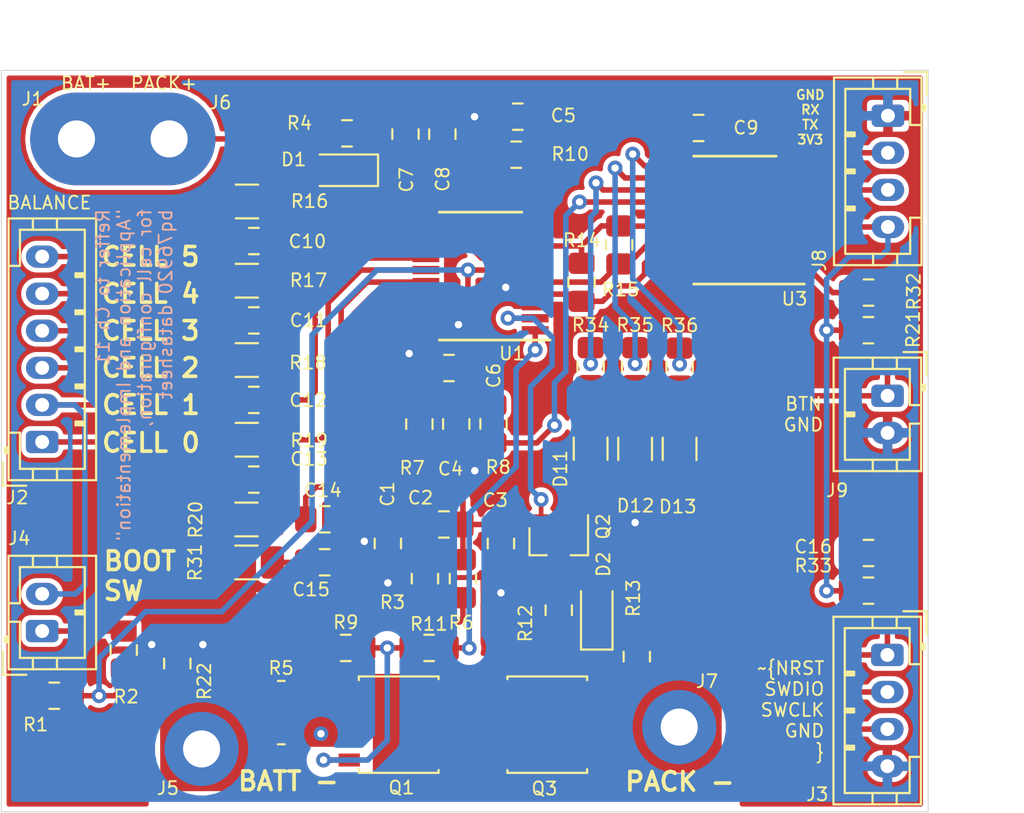
<source format=kicad_pcb>
(kicad_pcb (version 20171130) (host pcbnew 5.1.5+dfsg1-2build2)
  (layers (0 F.Cu signal) (31 B.Cu signal) (34 B.Paste user hide) (35 F.Paste user hide) (36 B.SilkS user) (37 F.SilkS user) (38 B.Mask user) (39 F.Mask user) (44 Edge.Cuts user))
  (net 0 "")
  (net 1 "Net-(C1-Pad1)")
  (net 2 GND)
  (net 3 "Net-(C2-Pad1)")
  (net 4 "Net-(C4-Pad2)")
  (net 5 "Net-(C5-Pad2)")
  (net 6 /BAT_THERM)
  (net 7 "Net-(C7-Pad2)")
  (net 8 /BAT+)
  (net 9 "/balance section/BAL_C5")
  (net 10 "/balance section/BAL_C4")
  (net 11 "/balance section/BAL_C3")
  (net 12 "/balance section/BAL_C2")
  (net 13 "/balance section/BAL_C1")
  (net 14 "/balance section/BAL_C0")
  (net 15 "Net-(D1-Pad1)")
  (net 16 "Net-(D2-Pad2)")
  (net 17 "Net-(D2-Pad1)")
  (net 18 /RAW_C4)
  (net 19 /RAW_C3)
  (net 20 /RAW_C2)
  (net 21 /RAW_C1)
  (net 22 /RAW_BATT-)
  (net 23 /RAW_C5)
  (net 24 "Net-(Q1-Pad4)")
  (net 25 "Net-(Q1-Pad5)")
  (net 26 "Net-(Q1-Pad1)")
  (net 27 "Net-(Q2-Pad2)")
  (net 28 "Net-(R11-Pad1)")
  (net 29 "Net-(R34-Pad1)")
  (net 30 "Net-(R35-Pad1)")
  (net 31 "Net-(J4-Pad1)")
  (net 32 +3V3)
  (net 33 /cpu/~NRST)
  (net 34 "Net-(D11-Pad2)")
  (net 35 "Net-(D12-Pad2)")
  (net 36 "Net-(D13-Pad2)")
  (net 37 "/bq76920 section/PACK-")
  (net 38 /cpu/SWDIO)
  (net 39 /cpu/SWCLK)
  (net 40 /cpu/USART2_TX)
  (net 41 /cpu/USART2_RX)
  (net 42 /cpu/PACK_ALERT)
  (net 43 /cpu/PACK_SDA)
  (net 44 /cpu/PACK_SCL)
  (net 45 "Net-(R36-Pad1)")
  (net 46 /cpu/BTN)
  (net 47 "Net-(R32-Pad1)")
  (net 48 /BAT-)
  (module Resistor_SMD:R_0805_2012Metric_Pad1.15x1.40mm_HandSolder (layer F.Cu) (at 64.93 51.63 270)
    (fp_text reference R13 (at -3.15 0.19 90) (layer F.SilkS) (effects (font (size 0.7 0.7) (thickness 0.1))))
    (fp_text value 1Meg)
    (pad 2 smd roundrect (at 1.025 0 270) (size 1.15 1.4) (layers F.Cu F.Paste F.Mask) (roundrect_rratio 0.217391) (net 37 "/bq76920 section/PACK-"))
    (pad 1 smd roundrect (at -1.025 0 270) (size 1.15 1.4) (layers F.Cu F.Paste F.Mask) (roundrect_rratio 0.217391) (net 17 "Net-(D2-Pad1)"))
  )
  (module Capacitor_SMD:C_0805_2012Metric (layer F.Cu) (at 52.45 23.4375 270)
    (fp_text reference C7 (at 2.4725 -0.05 90) (layer F.SilkS) (effects (font (size 0.7 0.7) (thickness 0.1))))
    (fp_text value CGA4J1X7R1V475K125AC)
    (pad 2 smd roundrect (at 0.9375 0 270) (size 0.975 1.4) (layers F.Cu F.Paste F.Mask) (net 7 "Net-(C7-Pad2)"))
    (pad 1 smd roundrect (at -0.9375 0 270) (size 0.975 1.4) (layers F.Cu F.Paste F.Mask) (net 2 GND))
  )
  (module Resistor_SMD:R_1206_3216Metric (layer F.Cu) (at 43.89 31.35 180)
    (fp_text reference R17 (at -3.33 0.02) (layer F.SilkS) (effects (font (size 0.7 0.7) (thickness 0.1))))
    (fp_text value 100)
    (pad 2 smd roundrect (at 1.4 0 180) (size 1.25 1.75) (layers F.Cu F.Paste F.Mask) (roundrect_rratio 0.2) (net 18 /RAW_C4))
    (pad 1 smd roundrect (at -1.4 0 180) (size 1.25 1.75) (layers F.Cu F.Paste F.Mask) (roundrect_rratio 0.2) (net 10 "/balance section/BAL_C4"))
  )
  (module Capacitor_SMD:C_0805_2012Metric_Pad1.15x1.40mm_HandSolder (layer F.Cu) (at 68.265 23.11 180)
    (fp_text reference C9 (at -2.555 0.01) (layer F.SilkS) (effects (font (size 0.7 0.7) (thickness 0.1))))
    (fp_text value 100nF)
    (pad 1 smd roundrect (at -1.025 0 180) (size 1.15 1.4) (layers F.Cu F.Paste F.Mask) (roundrect_rratio 0.217391) (net 32 +3V3))
    (pad 2 smd roundrect (at 1.025 0 180) (size 1.15 1.4) (layers F.Cu F.Paste F.Mask) (roundrect_rratio 0.217391) (net 2 GND))
  )
  (module Capacitor_SMD:C_0805_2012Metric_Pad1.15x1.40mm_HandSolder (layer F.Cu) (at 57.6 45.525 90)
    (fp_text reference C3 (at 2.335 -0.3 180) (layer F.SilkS) (effects (font (size 0.7 0.7) (thickness 0.1))))
    (fp_text value 100n)
    (pad 1 smd roundrect (at -1.025 0 90) (size 1.15 1.4) (layers F.Cu F.Paste F.Mask) (roundrect_rratio 0.217391) (net 2 GND))
    (pad 2 smd roundrect (at 1.025 0 90) (size 1.15 1.4) (layers F.Cu F.Paste F.Mask) (roundrect_rratio 0.217391) (net 3 "Net-(C2-Pad1)"))
  )
  (module Capacitor_SMD:C_0805_2012Metric_Pad1.15x1.40mm_HandSolder (layer F.Cu) (at 51.5 45.525 270)
    (fp_text reference C1 (at -2.665 0.02 90) (layer F.SilkS) (effects (font (size 0.7 0.7) (thickness 0.1))))
    (fp_text value 100n)
    (pad 1 smd roundrect (at -1.025 0 270) (size 1.15 1.4) (layers F.Cu F.Paste F.Mask) (roundrect_rratio 0.217391) (net 1 "Net-(C1-Pad1)"))
    (pad 2 smd roundrect (at 1.025 0 270) (size 1.15 1.4) (layers F.Cu F.Paste F.Mask) (roundrect_rratio 0.217391) (net 2 GND))
  )
  (module Capacitor_SMD:C_0805_2012Metric_Pad1.15x1.40mm_HandSolder (layer F.Cu) (at 54.525 44.5 180)
    (fp_text reference C2 (at 1.265 1.44) (layer F.SilkS) (effects (font (size 0.7 0.7) (thickness 0.1))))
    (fp_text value 100n)
    (pad 2 smd roundrect (at 1.025 0 180) (size 1.15 1.4) (layers F.Cu F.Paste F.Mask) (roundrect_rratio 0.217391) (net 1 "Net-(C1-Pad1)"))
    (pad 1 smd roundrect (at -1.025 0 180) (size 1.15 1.4) (layers F.Cu F.Paste F.Mask) (roundrect_rratio 0.217391) (net 3 "Net-(C2-Pad1)"))
  )
  (module Capacitor_SMD:C_0805_2012Metric_Pad1.15x1.40mm_HandSolder (layer F.Cu) (at 55.19 39.08 90)
    (fp_text reference C4 (at -2.42 -0.31 180) (layer F.SilkS) (effects (font (size 0.7 0.7) (thickness 0.1))))
    (fp_text value 1n)
    (pad 1 smd roundrect (at -1.025 0 90) (size 1.15 1.4) (layers F.Cu F.Paste F.Mask) (roundrect_rratio 0.217391) (net 2 GND))
    (pad 2 smd roundrect (at 1.025 0 90) (size 1.15 1.4) (layers F.Cu F.Paste F.Mask) (roundrect_rratio 0.217391) (net 4 "Net-(C4-Pad2)"))
  )
  (module Capacitor_SMD:C_0805_2012Metric_Pad1.15x1.40mm_HandSolder (layer F.Cu) (at 54.8 36.06)
    (fp_text reference C6 (at 2.41 0.41 90) (layer F.SilkS) (effects (font (size 0.7 0.7) (thickness 0.1))))
    (fp_text value 1n)
    (pad 2 smd roundrect (at 1.025 0) (size 1.15 1.4) (layers F.Cu F.Paste F.Mask) (roundrect_rratio 0.217391) (net 6 /BAT_THERM))
    (pad 1 smd roundrect (at -1.025 0) (size 1.15 1.4) (layers F.Cu F.Paste F.Mask) (roundrect_rratio 0.217391) (net 2 GND))
  )
  (module Capacitor_SMD:C_0805_2012Metric_Pad1.15x1.40mm_HandSolder (layer F.Cu) (at 48.09 46.54)
    (fp_text reference C15 (at -0.73 1.47) (layer F.SilkS) (effects (font (size 0.7 0.7) (thickness 0.1))))
    (fp_text value 1u)
    (pad 1 smd roundrect (at -1.025 0) (size 1.15 1.4) (layers F.Cu F.Paste F.Mask) (roundrect_rratio 0.217391) (net 14 "/balance section/BAL_C0"))
    (pad 2 smd roundrect (at 1.025 0) (size 1.15 1.4) (layers F.Cu F.Paste F.Mask) (roundrect_rratio 0.217391) (net 2 GND))
  )
  (module Connector_JST:JST_PH_B6B-PH-K_1x06_P2.00mm_Vertical (layer F.Cu) (at 32.85 40.05 90)
    (fp_text reference J2 (at -3 -1.34 180) (layer F.SilkS) (effects (font (size 0.7 0.7) (thickness 0.1))))
    (fp_text value Conn_01x06)
    (pad 1 thru_hole roundrect (at 0 0 90) (size 1.2 1.75) (drill 0.75) (layers *.Cu *.Mask) (roundrect_rratio 0.208333) (net 22 /RAW_BATT-))
    (pad 2 thru_hole oval (at 2 0 90) (size 1.2 1.75) (drill 0.75) (layers *.Cu *.Mask) (net 21 /RAW_C1))
    (pad 3 thru_hole oval (at 4 0 90) (size 1.2 1.75) (drill 0.75) (layers *.Cu *.Mask) (net 20 /RAW_C2))
    (pad 4 thru_hole oval (at 6 0 90) (size 1.2 1.75) (drill 0.75) (layers *.Cu *.Mask) (net 19 /RAW_C3))
    (pad 5 thru_hole oval (at 8 0 90) (size 1.2 1.75) (drill 0.75) (layers *.Cu *.Mask) (net 18 /RAW_C4))
    (pad 6 thru_hole oval (at 10 0 90) (size 1.2 1.75) (drill 0.75) (layers *.Cu *.Mask) (net 23 /RAW_C5))
  )
  (module Connector_JST:JST_PH_B2B-PH-K_1x02_P2.00mm_Vertical (layer F.Cu) (at 32.85 50.25 90)
    (fp_text reference J4 (at 5 -1.24 180) (layer F.SilkS) (effects (font (size 0.7 0.7) (thickness 0.1))))
    (fp_text value boot_switch)
    (pad 2 thru_hole oval (at 2 0 90) (size 1.2 1.75) (drill 0.75) (layers *.Cu *.Mask) (net 21 /RAW_C1))
    (pad 1 thru_hole roundrect (at 0 0 90) (size 1.2 1.75) (drill 0.75) (layers *.Cu *.Mask) (roundrect_rratio 0.208333) (net 31 "Net-(J4-Pad1)"))
  )
  (module Package_TO_SOT_SMD:LFPAK56 (layer F.Cu) (at 52.25 55.3)
    (fp_text reference Q1 (at -0.015 3.4) (layer F.SilkS) (effects (font (size 0.7 0.7) (thickness 0.1))))
    (fp_text value PSMN2R6-40YS)
    (pad 4 smd rect (at -2.835 1.91 270) (size 0.7 1.15) (layers F.Cu F.Paste F.Mask) (net 24 "Net-(Q1-Pad4)"))
    (pad 5 smd rect (at 0.435 0 270) (size 4.2 3.3) (layers F.Cu F.Mask) (net 25 "Net-(Q1-Pad5)"))
    (pad 5 smd rect (at 2.635 0 270) (size 4.7 1.55) (layers F.Cu F.Mask) (net 25 "Net-(Q1-Pad5)"))
    (pad 3 smd rect (at -2.835 0.64 270) (size 0.7 1.15) (layers F.Cu F.Paste F.Mask) (net 26 "Net-(Q1-Pad1)"))
    (pad 1 smd rect (at -2.835 -1.91 270) (size 0.7 1.15) (layers F.Cu F.Paste F.Mask) (net 26 "Net-(Q1-Pad1)"))
    (pad 2 smd rect (at -2.835 -0.64 270) (size 0.7 1.15) (layers F.Cu F.Paste F.Mask) (net 26 "Net-(Q1-Pad1)"))
  )
  (module Package_TO_SOT_SMD:SOT-23 (layer F.Cu) (at 60.72 45.4 270)
    (fp_text reference Q2 (at -0.79 -2.4 270) (layer F.SilkS) (effects (font (size 0.7 0.7) (thickness 0.1))))
    (fp_text value SI2337DS-T1-E3)
    (pad 1 smd rect (at -1 -0.95 270) (size 0.9 0.8) (layers F.Cu F.Paste F.Mask) (net 2 GND))
    (pad 2 smd rect (at -1 0.95 270) (size 0.9 0.8) (layers F.Cu F.Paste F.Mask) (net 27 "Net-(Q2-Pad2)"))
    (pad 3 smd rect (at 1 0 270) (size 0.9 0.8) (layers F.Cu F.Paste F.Mask) (net 16 "Net-(D2-Pad2)"))
  )
  (module Package_TO_SOT_SMD:LFPAK56 (layer F.Cu) (at 59.935 55.3 180)
    (fp_text reference Q3 (at -0.015 -3.45) (layer F.SilkS) (effects (font (size 0.7 0.7) (thickness 0.1))))
    (fp_text value PSMN2R6-40YS)
    (pad 2 smd rect (at -2.835 -0.64 90) (size 0.7 1.15) (layers F.Cu F.Paste F.Mask) (net 37 "/bq76920 section/PACK-"))
    (pad 1 smd rect (at -2.835 -1.91 90) (size 0.7 1.15) (layers F.Cu F.Paste F.Mask) (net 37 "/bq76920 section/PACK-"))
    (pad 3 smd rect (at -2.835 0.64 90) (size 0.7 1.15) (layers F.Cu F.Paste F.Mask) (net 37 "/bq76920 section/PACK-"))
    (pad 5 smd rect (at 2.635 0 90) (size 4.7 1.55) (layers F.Cu F.Mask) (net 25 "Net-(Q1-Pad5)"))
    (pad 5 smd rect (at 0.435 0 90) (size 4.2 3.3) (layers F.Cu F.Mask) (net 25 "Net-(Q1-Pad5)"))
    (pad 4 smd rect (at -2.835 1.91 90) (size 0.7 1.15) (layers F.Cu F.Paste F.Mask) (net 17 "Net-(D2-Pad1)"))
  )
  (module Resistor_SMD:R_0805_2012Metric_Pad1.15x1.40mm_HandSolder (layer F.Cu) (at 33.5 53.74 180)
    (fp_text reference R1 (at 1 -1.56) (layer F.SilkS) (effects (font (size 0.7 0.7) (thickness 0.1))))
    (fp_text value 10k)
    (pad 2 smd roundrect (at 1.025 0 180) (size 1.15 1.4) (layers F.Cu F.Paste F.Mask) (roundrect_rratio 0.217391) (net 2 GND))
    (pad 1 smd roundrect (at -1.025 0 180) (size 1.15 1.4) (layers F.Cu F.Paste F.Mask) (roundrect_rratio 0.217391) (net 6 /BAT_THERM))
  )
  (module Resistor_SMD:R_0805_2012Metric_Pad1.15x1.40mm_HandSolder (layer F.Cu) (at 37.25 51.275 90)
    (fp_text reference R2 (at -2.515 0.13 180) (layer F.SilkS) (effects (font (size 0.7 0.7) (thickness 0.1))))
    (fp_text value 10k)
    (pad 1 smd roundrect (at -1.025 0 90) (size 1.15 1.4) (layers F.Cu F.Paste F.Mask) (roundrect_rratio 0.217391) (net 6 /BAT_THERM))
    (pad 2 smd roundrect (at 1.025 0 90) (size 1.15 1.4) (layers F.Cu F.Paste F.Mask) (roundrect_rratio 0.217391) (net 31 "Net-(J4-Pad1)"))
  )
  (module Resistor_SMD:R_0805_2012Metric_Pad1.15x1.40mm_HandSolder (layer F.Cu) (at 53.5 47.425 270)
    (fp_text reference R3 (at 1.275 1.75 180) (layer F.SilkS) (effects (font (size 0.7 0.7) (thickness 0.1))))
    (fp_text value 100)
    (pad 2 smd roundrect (at 1.025 0 270) (size 1.15 1.4) (layers F.Cu F.Paste F.Mask) (roundrect_rratio 0.217391) (net 48 /BAT-))
    (pad 1 smd roundrect (at -1.025 0 270) (size 1.15 1.4) (layers F.Cu F.Paste F.Mask) (roundrect_rratio 0.217391) (net 1 "Net-(C1-Pad1)"))
  )
  (module Resistor_SMD:R_0805_2012Metric_Pad1.15x1.40mm_HandSolder (layer F.Cu) (at 55.55 47.425 270)
    (fp_text reference R6 (at 2.375 0.09 180) (layer F.SilkS) (effects (font (size 0.7 0.7) (thickness 0.1))))
    (fp_text value 100)
    (pad 1 smd roundrect (at -1.025 0 270) (size 1.15 1.4) (layers F.Cu F.Paste F.Mask) (roundrect_rratio 0.217391) (net 3 "Net-(C2-Pad1)"))
    (pad 2 smd roundrect (at 1.025 0 270) (size 1.15 1.4) (layers F.Cu F.Paste F.Mask) (roundrect_rratio 0.217391) (net 26 "Net-(Q1-Pad1)"))
  )
  (module Resistor_SMD:R_0805_2012Metric_Pad1.15x1.40mm_HandSolder (layer F.Cu) (at 53.2 39.085 270)
    (fp_text reference R7 (at 2.365 0.39 180) (layer F.SilkS) (effects (font (size 0.7 0.7) (thickness 0.1))))
    (fp_text value 500k)
    (pad 2 smd roundrect (at 1.025 0 270) (size 1.15 1.4) (layers F.Cu F.Paste F.Mask) (roundrect_rratio 0.217391) (net 2 GND))
    (pad 1 smd roundrect (at -1.025 0 270) (size 1.15 1.4) (layers F.Cu F.Paste F.Mask) (roundrect_rratio 0.217391) (net 4 "Net-(C4-Pad2)"))
  )
  (module Resistor_SMD:R_0805_2012Metric_Pad1.15x1.40mm_HandSolder (layer F.Cu) (at 57.2 39.075 90)
    (fp_text reference R8 (at -2.335 0.25 180) (layer F.SilkS) (effects (font (size 0.7 0.7) (thickness 0.1))))
    (fp_text value 100)
    (pad 1 smd roundrect (at -1.025 0 90) (size 1.15 1.4) (layers F.Cu F.Paste F.Mask) (roundrect_rratio 0.217391) (net 42 /cpu/PACK_ALERT))
    (pad 2 smd roundrect (at 1.025 0 90) (size 1.15 1.4) (layers F.Cu F.Paste F.Mask) (roundrect_rratio 0.217391) (net 4 "Net-(C4-Pad2)"))
  )
  (module Resistor_SMD:R_0805_2012Metric_Pad1.15x1.40mm_HandSolder (layer F.Cu) (at 49.23 51.16 180)
    (fp_text reference R9 (at 0 1.38 180) (layer F.SilkS) (effects (font (size 0.7 0.7) (thickness 0.1))))
    (fp_text value 1Meg)
    (pad 2 smd roundrect (at 1.025 0 180) (size 1.15 1.4) (layers F.Cu F.Paste F.Mask) (roundrect_rratio 0.217391) (net 26 "Net-(Q1-Pad1)"))
    (pad 1 smd roundrect (at -1.025 0 180) (size 1.15 1.4) (layers F.Cu F.Paste F.Mask) (roundrect_rratio 0.217391) (net 24 "Net-(Q1-Pad4)"))
  )
  (module Resistor_SMD:R_0805_2012Metric_Pad1.15x1.40mm_HandSolder (layer F.Cu) (at 53.725 51.16 180)
    (fp_text reference R11 (at 0.015 1.29) (layer F.SilkS) (effects (font (size 0.7 0.7) (thickness 0.1))))
    (fp_text value 10k)
    (pad 1 smd roundrect (at -1.025 0 180) (size 1.15 1.4) (layers F.Cu F.Paste F.Mask) (roundrect_rratio 0.217391) (net 28 "Net-(R11-Pad1)"))
    (pad 2 smd roundrect (at 1.025 0 180) (size 1.15 1.4) (layers F.Cu F.Paste F.Mask) (roundrect_rratio 0.217391) (net 24 "Net-(Q1-Pad4)"))
  )
  (module Resistor_SMD:R_0805_2012Metric_Pad1.15x1.40mm_HandSolder (layer F.Cu) (at 60.72 49.125 270)
    (fp_text reference R12 (at 0.715 1.8 90) (layer F.SilkS) (effects (font (size 0.7 0.7) (thickness 0.1))))
    (fp_text value 1Meg)
    (pad 1 smd roundrect (at -1.025 0 270) (size 1.15 1.4) (layers F.Cu F.Paste F.Mask) (roundrect_rratio 0.217391) (net 16 "Net-(D2-Pad2)"))
    (pad 2 smd roundrect (at 1.025 0 270) (size 1.15 1.4) (layers F.Cu F.Paste F.Mask) (roundrect_rratio 0.217391) (net 17 "Net-(D2-Pad1)"))
  )
  (module Resistor_SMD:R_0805_2012Metric_Pad1.15x1.40mm_HandSolder (layer F.Cu) (at 63.98 29.42 90)
    (fp_text reference R15 (at -2.41 0.08) (layer F.SilkS) (effects (font (size 0.7 0.7) (thickness 0.1))))
    (fp_text value 10k)
    (pad 1 smd roundrect (at -1.025 0 90) (size 1.15 1.4) (layers F.Cu F.Paste F.Mask) (roundrect_rratio 0.217391) (net 44 /cpu/PACK_SCL))
    (pad 2 smd roundrect (at 1.025 0 90) (size 1.15 1.4) (layers F.Cu F.Paste F.Mask) (roundrect_rratio 0.217391) (net 32 +3V3))
  )
  (module Package_SO:TSSOP-20_4.4x6.5mm_P0.65mm (layer F.Cu) (at 56.5 31.1 180)
    (fp_text reference U1 (at -1.7 -4.18) (layer F.SilkS) (effects (font (size 0.7 0.7) (thickness 0.1))))
    (fp_text value bq7692006PW)
    (pad 1 smd rect (at -2.95 -2.925 180) (size 1.45 0.45) (layers F.Cu F.Paste F.Mask) (net 28 "Net-(R11-Pad1)"))
    (pad 2 smd rect (at -2.95 -2.275 180) (size 1.45 0.45) (layers F.Cu F.Paste F.Mask) (net 27 "Net-(Q2-Pad2)"))
    (pad 3 smd rect (at -2.95 -1.625 180) (size 1.45 0.45) (layers F.Cu F.Paste F.Mask) (net 2 GND))
    (pad 4 smd rect (at -2.95 -0.975 180) (size 1.45 0.45) (layers F.Cu F.Paste F.Mask) (net 43 /cpu/PACK_SDA))
    (pad 5 smd rect (at -2.95 -0.325 180) (size 1.45 0.45) (layers F.Cu F.Paste F.Mask) (net 44 /cpu/PACK_SCL))
    (pad 6 smd rect (at -2.95 0.325 180) (size 1.45 0.45) (layers F.Cu F.Paste F.Mask) (net 6 /BAT_THERM))
    (pad 7 smd rect (at -2.95 0.975 180) (size 1.45 0.45) (layers F.Cu F.Paste F.Mask) (net 7 "Net-(C7-Pad2)"))
    (pad 8 smd rect (at -2.95 1.625 180) (size 1.45 0.45) (layers F.Cu F.Paste F.Mask) (net 32 +3V3))
    (pad 9 smd rect (at -2.95 2.275 180) (size 1.45 0.45) (layers F.Cu F.Paste F.Mask) (net 5 "Net-(C5-Pad2)"))
    (pad 10 smd rect (at -2.95 2.925 180) (size 1.45 0.45) (layers F.Cu F.Paste F.Mask) (net 5 "Net-(C5-Pad2)"))
    (pad 11 smd rect (at 2.95 2.925 180) (size 1.45 0.45) (layers F.Cu F.Paste F.Mask))
    (pad 12 smd rect (at 2.95 2.275 180) (size 1.45 0.45) (layers F.Cu F.Paste F.Mask) (net 9 "/balance section/BAL_C5"))
    (pad 13 smd rect (at 2.95 1.625 180) (size 1.45 0.45) (layers F.Cu F.Paste F.Mask) (net 10 "/balance section/BAL_C4"))
    (pad 14 smd rect (at 2.95 0.975 180) (size 1.45 0.45) (layers F.Cu F.Paste F.Mask) (net 11 "/balance section/BAL_C3"))
    (pad 15 smd rect (at 2.95 0.325 180) (size 1.45 0.45) (layers F.Cu F.Paste F.Mask) (net 12 "/balance section/BAL_C2"))
    (pad 16 smd rect (at 2.95 -0.325 180) (size 1.45 0.45) (layers F.Cu F.Paste F.Mask) (net 13 "/balance section/BAL_C1"))
    (pad 17 smd rect (at 2.95 -0.975 180) (size 1.45 0.45) (layers F.Cu F.Paste F.Mask) (net 14 "/balance section/BAL_C0"))
    (pad 18 smd rect (at 2.95 -1.625 180) (size 1.45 0.45) (layers F.Cu F.Paste F.Mask) (net 1 "Net-(C1-Pad1)"))
    (pad 19 smd rect (at 2.95 -2.275 180) (size 1.45 0.45) (layers F.Cu F.Paste F.Mask) (net 3 "Net-(C2-Pad1)"))
    (pad 20 smd rect (at 2.95 -2.925 180) (size 1.45 0.45) (layers F.Cu F.Paste F.Mask) (net 4 "Net-(C4-Pad2)"))
  )
  (module bq76920:power_pin (layer F.Cu) (at 34.7 23.7)
    (fp_text reference J1 (at -2.36 -2.16) (layer F.SilkS) (effects (font (size 0.7 0.7) (thickness 0.1))))
    (fp_text value BAT+)
    (pad 1 thru_hole circle (at 0 0) (size 4 4) (drill 2) (layers *.Cu *.Mask) (net 8 /BAT+))
  )
  (module bq76920:power_pin (layer F.Cu) (at 41.45 56.61)
    (fp_text reference J5 (at -1.82 2.12) (layer F.SilkS) (effects (font (size 0.7 0.7) (thickness 0.1))))
    (fp_text value BAT-)
    (pad 1 thru_hole circle (at 0 0) (size 4 4) (drill 2) (layers *.Cu *.Mask) (net 48 /BAT-))
  )
  (module bq76920:power_pin (layer F.Cu) (at 39.7 23.7)
    (fp_text reference J6 (at 2.76 -1.96) (layer F.SilkS) (effects (font (size 0.7 0.7) (thickness 0.1))))
    (fp_text value PACK+)
    (pad 1 thru_hole circle (at 0 0) (size 4 4) (drill 2) (layers *.Cu *.Mask) (net 8 /BAT+))
  )
  (module bq76920:power_pin (layer F.Cu) (at 67.22 55.43)
    (fp_text reference J7 (at 1.5 -2.47) (layer F.SilkS) (effects (font (size 0.7 0.7) (thickness 0.1))))
    (fp_text value PACK-)
    (pad 1 thru_hole circle (at 0 0) (size 4 4) (drill 2) (layers *.Cu *.Mask) (net 37 "/bq76920 section/PACK-"))
  )
  (module Diode_SMD:D_SOD-323_HandSoldering (layer F.Cu) (at 49.07 25.39 180)
    (fp_text reference D1 (at 2.65 0.58) (layer F.SilkS) (effects (font (size 0.7 0.7) (thickness 0.1))))
    (fp_text value PMEG3010BEA,115)
    (pad 2 smd rect (at 1.25 0 180) (size 1 1) (layers F.Cu F.Paste F.Mask) (net 8 /BAT+))
    (pad 1 smd rect (at -1.25 0 180) (size 1 1) (layers F.Cu F.Paste F.Mask) (net 15 "Net-(D1-Pad1)"))
  )
  (module Diode_SMD:D_SOD-323_HandSoldering (layer F.Cu) (at 62.77 49.35 90)
    (fp_text reference D2 (at 2.7 0.36 270) (layer F.SilkS) (effects (font (size 0.7 0.7) (thickness 0.1))))
    (fp_text value PMEG3010BEA,115)
    (pad 1 smd rect (at -1.25 0 90) (size 1 1) (layers F.Cu F.Paste F.Mask) (net 17 "Net-(D2-Pad1)"))
    (pad 2 smd rect (at 1.25 0 90) (size 1 1) (layers F.Cu F.Paste F.Mask) (net 16 "Net-(D2-Pad2)"))
  )
  (module Resistor_SMD:R_0805_2012Metric_Pad1.15x1.40mm_HandSolder (layer F.Cu) (at 49.295 23.4 180)
    (fp_text reference R4 (at 2.565 0.55) (layer F.SilkS) (effects (font (size 0.7 0.7) (thickness 0.1))))
    (fp_text value 10k)
    (pad 2 smd roundrect (at 1.025 0 180) (size 1.15 1.4) (layers F.Cu F.Paste F.Mask) (roundrect_rratio 0.217391) (net 8 /BAT+))
    (pad 1 smd roundrect (at -1.025 0 180) (size 1.15 1.4) (layers F.Cu F.Paste F.Mask) (roundrect_rratio 0.217391) (net 15 "Net-(D1-Pad1)"))
  )
  (module Resistor_SMD:R_0805_2012Metric_Pad1.15x1.40mm_HandSolder (layer F.Cu) (at 58.425 24.55 180)
    (fp_text reference R10 (at -2.915 0.03) (layer F.SilkS) (effects (font (size 0.7 0.7) (thickness 0.1))))
    (fp_text value 100)
    (pad 1 smd roundrect (at -1.025 0 180) (size 1.15 1.4) (layers F.Cu F.Paste F.Mask) (roundrect_rratio 0.217391) (net 5 "Net-(C5-Pad2)"))
    (pad 2 smd roundrect (at 1.025 0 180) (size 1.15 1.4) (layers F.Cu F.Paste F.Mask) (roundrect_rratio 0.217391) (net 15 "Net-(D1-Pad1)"))
  )
  (module Package_SO:TSSOP-20_4.4x6.5mm_P0.65mm (layer F.Cu) (at 70.22 28.08 180)
    (fp_text reference U3 (at -3.22 -4.25) (layer F.SilkS) (effects (font (size 0.7 0.7) (thickness 0.1))))
    (fp_text value STM32L031F4Px)
    (pad 1 smd rect (at -2.95 -2.925 180) (size 1.45 0.45) (layers F.Cu F.Paste F.Mask) (net 47 "Net-(R32-Pad1)"))
    (pad 2 smd rect (at -2.95 -2.275 180) (size 1.45 0.45) (layers F.Cu F.Paste F.Mask) (net 46 /cpu/BTN))
    (pad 3 smd rect (at -2.95 -1.625 180) (size 1.45 0.45) (layers F.Cu F.Paste F.Mask))
    (pad 4 smd rect (at -2.95 -0.975 180) (size 1.45 0.45) (layers F.Cu F.Paste F.Mask) (net 33 /cpu/~NRST))
    (pad 5 smd rect (at -2.95 -0.325 180) (size 1.45 0.45) (layers F.Cu F.Paste F.Mask) (net 32 +3V3))
    (pad 6 smd rect (at -2.95 0.325 180) (size 1.45 0.45) (layers F.Cu F.Paste F.Mask))
    (pad 7 smd rect (at -2.95 0.975 180) (size 1.45 0.45) (layers F.Cu F.Paste F.Mask))
    (pad 8 smd rect (at -2.95 1.625 180) (size 1.45 0.45) (layers F.Cu F.Paste F.Mask) (net 40 /cpu/USART2_TX))
    (pad 9 smd rect (at -2.95 2.275 180) (size 1.45 0.45) (layers F.Cu F.Paste F.Mask) (net 41 /cpu/USART2_RX))
    (pad 10 smd rect (at -2.95 2.925 180) (size 1.45 0.45) (layers F.Cu F.Paste F.Mask))
    (pad 11 smd rect (at 2.95 2.925 180) (size 1.45 0.45) (layers F.Cu F.Paste F.Mask) (net 45 "Net-(R36-Pad1)"))
    (pad 12 smd rect (at 2.95 2.275 180) (size 1.45 0.45) (layers F.Cu F.Paste F.Mask) (net 30 "Net-(R35-Pad1)"))
    (pad 13 smd rect (at 2.95 1.625 180) (size 1.45 0.45) (layers F.Cu F.Paste F.Mask) (net 29 "Net-(R34-Pad1)"))
    (pad 14 smd rect (at 2.95 0.975 180) (size 1.45 0.45) (layers F.Cu F.Paste F.Mask) (net 42 /cpu/PACK_ALERT))
    (pad 15 smd rect (at 2.95 0.325 180) (size 1.45 0.45) (layers F.Cu F.Paste F.Mask) (net 2 GND))
    (pad 16 smd rect (at 2.95 -0.325 180) (size 1.45 0.45) (layers F.Cu F.Paste F.Mask) (net 32 +3V3))
    (pad 17 smd rect (at 2.95 -0.975 180) (size 1.45 0.45) (layers F.Cu F.Paste F.Mask) (net 44 /cpu/PACK_SCL))
    (pad 18 smd rect (at 2.95 -1.625 180) (size 1.45 0.45) (layers F.Cu F.Paste F.Mask) (net 43 /cpu/PACK_SDA))
    (pad 19 smd rect (at 2.95 -2.275 180) (size 1.45 0.45) (layers F.Cu F.Paste F.Mask) (net 38 /cpu/SWDIO))
    (pad 20 smd rect (at 2.95 -2.925 180) (size 1.45 0.45) (layers F.Cu F.Paste F.Mask) (net 39 /cpu/SWCLK))
  )
  (module Capacitor_SMD:C_0805_2012Metric_Pad1.15x1.40mm_HandSolder (layer F.Cu) (at 44.27 29.21 180)
    (fp_text reference C10 (at -2.89 -0.02) (layer F.SilkS) (effects (font (size 0.7 0.7) (thickness 0.1))))
    (fp_text value 1u)
    (pad 1 smd roundrect (at -1.025 0 180) (size 1.15 1.4) (layers F.Cu F.Paste F.Mask) (roundrect_rratio 0.217391) (net 9 "/balance section/BAL_C5"))
    (pad 2 smd roundrect (at 1.025 0 180) (size 1.15 1.4) (layers F.Cu F.Paste F.Mask) (roundrect_rratio 0.217391) (net 10 "/balance section/BAL_C4"))
  )
  (module Capacitor_SMD:C_0805_2012Metric_Pad1.15x1.40mm_HandSolder (layer F.Cu) (at 44.27 33.49 180)
    (fp_text reference C11 (at -2.95 0) (layer F.SilkS) (effects (font (size 0.7 0.7) (thickness 0.1))))
    (fp_text value 1u)
    (pad 2 smd roundrect (at 1.025 0 180) (size 1.15 1.4) (layers F.Cu F.Paste F.Mask) (roundrect_rratio 0.217391) (net 11 "/balance section/BAL_C3"))
    (pad 1 smd roundrect (at -1.025 0 180) (size 1.15 1.4) (layers F.Cu F.Paste F.Mask) (roundrect_rratio 0.217391) (net 10 "/balance section/BAL_C4"))
  )
  (module Capacitor_SMD:C_0805_2012Metric_Pad1.15x1.40mm_HandSolder (layer F.Cu) (at 44.27 37.78 180)
    (fp_text reference C12 (at -2.93 -0.02) (layer F.SilkS) (effects (font (size 0.7 0.7) (thickness 0.1))))
    (fp_text value 1u)
    (pad 1 smd roundrect (at -1.025 0 180) (size 1.15 1.4) (layers F.Cu F.Paste F.Mask) (roundrect_rratio 0.217391) (net 11 "/balance section/BAL_C3"))
    (pad 2 smd roundrect (at 1.025 0 180) (size 1.15 1.4) (layers F.Cu F.Paste F.Mask) (roundrect_rratio 0.217391) (net 12 "/balance section/BAL_C2"))
  )
  (module Capacitor_SMD:C_0805_2012Metric_Pad1.15x1.40mm_HandSolder (layer F.Cu) (at 44.265 42.08 180)
    (fp_text reference C13 (at -2.985 1.11) (layer F.SilkS) (effects (font (size 0.7 0.7) (thickness 0.1))))
    (fp_text value 1u)
    (pad 2 smd roundrect (at 1.025 0 180) (size 1.15 1.4) (layers F.Cu F.Paste F.Mask) (roundrect_rratio 0.217391) (net 13 "/balance section/BAL_C1"))
    (pad 1 smd roundrect (at -1.025 0 180) (size 1.15 1.4) (layers F.Cu F.Paste F.Mask) (roundrect_rratio 0.217391) (net 12 "/balance section/BAL_C2"))
  )
  (module Capacitor_SMD:C_0805_2012Metric_Pad1.15x1.40mm_HandSolder (layer F.Cu) (at 48.095 44.22)
    (fp_text reference C14 (at -0.105 -1.56) (layer F.SilkS) (effects (font (size 0.7 0.7) (thickness 0.1))))
    (fp_text value 1u)
    (pad 1 smd roundrect (at -1.025 0) (size 1.15 1.4) (layers F.Cu F.Paste F.Mask) (roundrect_rratio 0.217391) (net 13 "/balance section/BAL_C1"))
    (pad 2 smd roundrect (at 1.025 0) (size 1.15 1.4) (layers F.Cu F.Paste F.Mask) (roundrect_rratio 0.217391) (net 2 GND))
  )
  (module Resistor_SMD:R_1206_3216Metric (layer F.Cu) (at 43.9 27.075 180)
    (fp_text reference R16 (at -3.38 0.015) (layer F.SilkS) (effects (font (size 0.7 0.7) (thickness 0.1))))
    (fp_text value 100)
    (pad 1 smd roundrect (at -1.4 0 180) (size 1.25 1.75) (layers F.Cu F.Paste F.Mask) (roundrect_rratio 0.2) (net 9 "/balance section/BAL_C5"))
    (pad 2 smd roundrect (at 1.4 0 180) (size 1.25 1.75) (layers F.Cu F.Paste F.Mask) (roundrect_rratio 0.2) (net 23 /RAW_C5))
  )
  (module Resistor_SMD:R_1206_3216Metric (layer F.Cu) (at 43.89 35.63 180)
    (fp_text reference R18 (at -3.3 -0.14) (layer F.SilkS) (effects (font (size 0.7 0.7) (thickness 0.1))))
    (fp_text value 100)
    (pad 1 smd roundrect (at -1.4 0 180) (size 1.25 1.75) (layers F.Cu F.Paste F.Mask) (roundrect_rratio 0.2) (net 11 "/balance section/BAL_C3"))
    (pad 2 smd roundrect (at 1.4 0 180) (size 1.25 1.75) (layers F.Cu F.Paste F.Mask) (roundrect_rratio 0.2) (net 19 /RAW_C3))
  )
  (module Resistor_SMD:R_1206_3216Metric (layer F.Cu) (at 43.89 39.93 180)
    (fp_text reference R19 (at -3.36 -0.04) (layer F.SilkS) (effects (font (size 0.7 0.7) (thickness 0.1))))
    (fp_text value 100)
    (pad 2 smd roundrect (at 1.4 0 180) (size 1.25 1.75) (layers F.Cu F.Paste F.Mask) (roundrect_rratio 0.2) (net 20 /RAW_C2))
    (pad 1 smd roundrect (at -1.4 0 180) (size 1.25 1.75) (layers F.Cu F.Paste F.Mask) (roundrect_rratio 0.2) (net 12 "/balance section/BAL_C2"))
  )
  (module Resistor_SMD:R_1206_3216Metric (layer F.Cu) (at 43.87 44.23 180)
    (fp_text reference R20 (at 2.74 -0.01 90) (layer F.SilkS) (effects (font (size 0.7 0.7) (thickness 0.1))))
    (fp_text value 100)
    (pad 1 smd roundrect (at -1.4 0 180) (size 1.25 1.75) (layers F.Cu F.Paste F.Mask) (roundrect_rratio 0.2) (net 13 "/balance section/BAL_C1"))
    (pad 2 smd roundrect (at 1.4 0 180) (size 1.25 1.75) (layers F.Cu F.Paste F.Mask) (roundrect_rratio 0.2) (net 21 /RAW_C1))
  )
  (module Resistor_SMD:R_1206_3216Metric (layer F.Cu) (at 43.87 46.55 180)
    (fp_text reference R31 (at 2.77 0 90) (layer F.SilkS) (effects (font (size 0.7 0.7) (thickness 0.1))))
    (fp_text value 100)
    (pad 1 smd roundrect (at -1.4 0 180) (size 1.25 1.75) (layers F.Cu F.Paste F.Mask) (roundrect_rratio 0.2) (net 14 "/balance section/BAL_C0"))
    (pad 2 smd roundrect (at 1.4 0 180) (size 1.25 1.75) (layers F.Cu F.Paste F.Mask) (roundrect_rratio 0.2) (net 22 /RAW_BATT-))
  )
  (module Resistor_SMD:R_0612_1632Metric (layer F.Cu) (at 45.75 54.65 180)
    (fp_text reference R5 (at 0.01 2.4) (layer F.SilkS) (effects (font (size 0.7 0.7) (thickness 0.1))))
    (fp_text value LTR18EZPFU10L0)
    (pad 1 smd roundrect (at -0.75 0 180) (size 1 3.4) (layers F.Cu F.Paste F.Mask) (net 26 "Net-(Q1-Pad1)"))
    (pad 2 smd roundrect (at 0.75 0 180) (size 1 3.4) (layers F.Cu F.Paste F.Mask) (net 48 /BAT-))
  )
  (module Capacitor_SMD:C_0805_2012Metric (layer F.Cu) (at 58.5125 22.5)
    (fp_text reference C5 (at 2.4575 -0.06) (layer F.SilkS) (effects (font (size 0.7 0.7) (thickness 0.1))))
    (fp_text value CGA4J1X7R1V475K125AC)
    (pad 1 smd roundrect (at -0.9375 0) (size 0.975 1.4) (layers F.Cu F.Paste F.Mask) (net 2 GND))
    (pad 2 smd roundrect (at 0.9375 0) (size 0.975 1.4) (layers F.Cu F.Paste F.Mask) (net 5 "Net-(C5-Pad2)"))
  )
  (module Capacitor_SMD:C_0805_2012Metric (layer F.Cu) (at 54.44 23.44 270)
    (fp_text reference C8 (at 2.43 -0.02 90) (layer F.SilkS) (effects (font (size 0.7 0.7) (thickness 0.1))))
    (fp_text value CGA4J1X7R1V475K125AC)
    (pad 1 smd roundrect (at -0.9375 0 270) (size 0.975 1.4) (layers F.Cu F.Paste F.Mask) (net 2 GND))
    (pad 2 smd roundrect (at 0.9375 0 270) (size 0.975 1.4) (layers F.Cu F.Paste F.Mask) (net 32 +3V3))
  )
  (module Connector_JST:JST_PH_B4B-PH-K_1x04_P2.00mm_Vertical (layer F.Cu) (at 78.45 51.54 270)
    (fp_text reference J3 (at 7.52 3.78 180) (layer F.SilkS) (effects (font (size 0.7 0.7) (thickness 0.1))))
    (fp_text value Conn_01x04)
    (pad 1 thru_hole roundrect (at 0 0 270) (size 1.2 1.75) (drill 0.75) (layers *.Cu *.Mask) (roundrect_rratio 0.208333) (net 33 /cpu/~NRST))
    (pad 2 thru_hole oval (at 2 0 270) (size 1.2 1.75) (drill 0.75) (layers *.Cu *.Mask) (net 38 /cpu/SWDIO))
    (pad 3 thru_hole oval (at 4 0 270) (size 1.2 1.75) (drill 0.75) (layers *.Cu *.Mask) (net 39 /cpu/SWCLK))
    (pad 4 thru_hole oval (at 6 0 270) (size 1.2 1.75) (drill 0.75) (layers *.Cu *.Mask) (net 2 GND))
  )
  (module Connector_JST:JST_PH_B4B-PH-K_1x04_P2.00mm_Vertical (layer F.Cu) (at 78.48 22.45 270)
    (fp_text reference J8 (at 7.8 3.7 90) (layer F.SilkS) (effects (font (size 0.7 0.7) (thickness 0.1))))
    (fp_text value Conn_01x04)
    (pad 4 thru_hole oval (at 6 0 270) (size 1.2 1.75) (drill 0.75) (layers *.Cu *.Mask) (net 32 +3V3))
    (pad 3 thru_hole oval (at 4 0 270) (size 1.2 1.75) (drill 0.75) (layers *.Cu *.Mask) (net 40 /cpu/USART2_TX))
    (pad 2 thru_hole oval (at 2 0 270) (size 1.2 1.75) (drill 0.75) (layers *.Cu *.Mask) (net 41 /cpu/USART2_RX))
    (pad 1 thru_hole roundrect (at 0 0 270) (size 1.2 1.75) (drill 0.75) (layers *.Cu *.Mask) (roundrect_rratio 0.208333) (net 2 GND))
  )
  (module Connector_JST:JST_PH_B2B-PH-K_1x02_P2.00mm_Vertical (layer F.Cu) (at 78.46 37.56 270)
    (fp_text reference J9 (at 5.1 2.72 180) (layer F.SilkS) (effects (font (size 0.7 0.7) (thickness 0.1))))
    (fp_text value RESET)
    (pad 1 thru_hole roundrect (at 0 0 270) (size 1.2 1.75) (drill 0.75) (layers *.Cu *.Mask) (roundrect_rratio 0.208333) (net 46 /cpu/BTN))
    (pad 2 thru_hole oval (at 2 0 270) (size 1.2 1.75) (drill 0.75) (layers *.Cu *.Mask) (net 2 GND))
  )
  (module Resistor_SMD:R_0805_2012Metric_Pad1.15x1.40mm_HandSolder (layer F.Cu) (at 77.43 34.02)
    (fp_text reference R21 (at 2.41 -0.05 90) (layer F.SilkS) (effects (font (size 0.7 0.7) (thickness 0.1))))
    (fp_text value 10k)
    (pad 1 smd roundrect (at -1.025 0) (size 1.15 1.4) (layers F.Cu F.Paste F.Mask) (roundrect_rratio 0.217391) (net 32 +3V3))
    (pad 2 smd roundrect (at 1.025 0) (size 1.15 1.4) (layers F.Cu F.Paste F.Mask) (roundrect_rratio 0.217391) (net 46 /cpu/BTN))
  )
  (module Capacitor_SMD:C_0805_2012Metric_Pad1.15x1.40mm_HandSolder (layer F.Cu) (at 77.43 46.04)
    (fp_text reference C16 (at -2.98 -0.34 180) (layer F.SilkS) (effects (font (size 0.7 0.7) (thickness 0.1))))
    (fp_text value 100nF)
    (pad 2 smd roundrect (at 1.025 0) (size 1.15 1.4) (layers F.Cu F.Paste F.Mask) (roundrect_rratio 0.217391) (net 2 GND))
    (pad 1 smd roundrect (at -1.025 0) (size 1.15 1.4) (layers F.Cu F.Paste F.Mask) (roundrect_rratio 0.217391) (net 32 +3V3))
  )
  (module Capacitor_SMD:C_1206_3216Metric_Pad1.42x1.75mm_HandSolder (layer F.Cu) (at 62.44 40.41 90)
    (fp_text reference D11 (at -1.09 -1.63 90) (layer F.SilkS) (effects (font (size 0.7 0.7) (thickness 0.1))))
    (fp_text value APTD3216SURCK)
    (pad 1 smd roundrect (at -1.4875 0 90) (size 1.425 1.75) (layers F.Cu F.Paste F.Mask) (roundrect_rratio 0.175439) (net 2 GND))
    (pad 2 smd roundrect (at 1.4875 0 90) (size 1.425 1.75) (layers F.Cu F.Paste F.Mask) (roundrect_rratio 0.175439) (net 34 "Net-(D11-Pad2)"))
  )
  (module Capacitor_SMD:C_1206_3216Metric_Pad1.42x1.75mm_HandSolder (layer F.Cu) (at 64.84 40.4225 90)
    (fp_text reference D12 (at -3.0675 0.02 180) (layer F.SilkS) (effects (font (size 0.7 0.7) (thickness 0.1))))
    (fp_text value APTD3216SURCK)
    (pad 2 smd roundrect (at 1.4875 0 90) (size 1.425 1.75) (layers F.Cu F.Paste F.Mask) (roundrect_rratio 0.175439) (net 35 "Net-(D12-Pad2)"))
    (pad 1 smd roundrect (at -1.4875 0 90) (size 1.425 1.75) (layers F.Cu F.Paste F.Mask) (roundrect_rratio 0.175439) (net 2 GND))
  )
  (module Capacitor_SMD:C_1206_3216Metric_Pad1.42x1.75mm_HandSolder (layer F.Cu) (at 67.24 40.4225 90)
    (fp_text reference D13 (at -3.1175 -0.1 180) (layer F.SilkS) (effects (font (size 0.7 0.7) (thickness 0.1))))
    (fp_text value APTD3216SURCK)
    (pad 1 smd roundrect (at -1.4875 0 90) (size 1.425 1.75) (layers F.Cu F.Paste F.Mask) (roundrect_rratio 0.175439) (net 2 GND))
    (pad 2 smd roundrect (at 1.4875 0 90) (size 1.425 1.75) (layers F.Cu F.Paste F.Mask) (roundrect_rratio 0.175439) (net 36 "Net-(D13-Pad2)"))
  )
  (module Resistor_SMD:R_0805_2012Metric_Pad1.15x1.40mm_HandSolder (layer F.Cu) (at 61.95 31.435 90)
    (fp_text reference R14 (at 2.265 0.01 180) (layer F.SilkS) (effects (font (size 0.7 0.7) (thickness 0.1))))
    (fp_text value 10k)
    (pad 1 smd roundrect (at -1.025 0 90) (size 1.15 1.4) (layers F.Cu F.Paste F.Mask) (roundrect_rratio 0.217391) (net 43 /cpu/PACK_SDA))
    (pad 2 smd roundrect (at 1.025 0 90) (size 1.15 1.4) (layers F.Cu F.Paste F.Mask) (roundrect_rratio 0.217391) (net 32 +3V3))
  )
  (module Resistor_SMD:R_0805_2012Metric_Pad1.15x1.40mm_HandSolder (layer F.Cu) (at 77.435 31.99)
    (fp_text reference R32 (at 2.445 -0.06 90) (layer F.SilkS) (effects (font (size 0.7 0.7) (thickness 0.1))))
    (fp_text value 10k)
    (pad 2 smd roundrect (at 1.025 0) (size 1.15 1.4) (layers F.Cu F.Paste F.Mask) (roundrect_rratio 0.217391) (net 2 GND))
    (pad 1 smd roundrect (at -1.025 0) (size 1.15 1.4) (layers F.Cu F.Paste F.Mask) (roundrect_rratio 0.217391) (net 47 "Net-(R32-Pad1)"))
  )
  (module Resistor_SMD:R_0805_2012Metric_Pad1.15x1.40mm_HandSolder (layer F.Cu) (at 77.43 48.07)
    (fp_text reference R33 (at -2.98 -1.34) (layer F.SilkS) (effects (font (size 0.7 0.7) (thickness 0.1))))
    (fp_text value 10k)
    (pad 1 smd roundrect (at -1.025 0) (size 1.15 1.4) (layers F.Cu F.Paste F.Mask) (roundrect_rratio 0.217391) (net 32 +3V3))
    (pad 2 smd roundrect (at 1.025 0) (size 1.15 1.4) (layers F.Cu F.Paste F.Mask) (roundrect_rratio 0.217391) (net 33 /cpu/~NRST))
  )
  (module Resistor_SMD:R_0805_2012Metric_Pad1.15x1.40mm_HandSolder (layer F.Cu) (at 62.44 35.985 270)
    (fp_text reference R34 (at -2.245 0 180) (layer F.SilkS) (effects (font (size 0.7 0.7) (thickness 0.1))))
    (fp_text value 10k)
    (pad 2 smd roundrect (at 1.025 0 270) (size 1.15 1.4) (layers F.Cu F.Paste F.Mask) (roundrect_rratio 0.217391) (net 34 "Net-(D11-Pad2)"))
    (pad 1 smd roundrect (at -1.025 0 270) (size 1.15 1.4) (layers F.Cu F.Paste F.Mask) (roundrect_rratio 0.217391) (net 29 "Net-(R34-Pad1)"))
  )
  (module Resistor_SMD:R_0805_2012Metric_Pad1.15x1.40mm_HandSolder (layer F.Cu) (at 64.84 35.985 270)
    (fp_text reference R35 (at -2.245 0) (layer F.SilkS) (effects (font (size 0.7 0.7) (thickness 0.1))))
    (fp_text value 10k)
    (pad 1 smd roundrect (at -1.025 0 270) (size 1.15 1.4) (layers F.Cu F.Paste F.Mask) (roundrect_rratio 0.217391) (net 30 "Net-(R35-Pad1)"))
    (pad 2 smd roundrect (at 1.025 0 270) (size 1.15 1.4) (layers F.Cu F.Paste F.Mask) (roundrect_rratio 0.217391) (net 35 "Net-(D12-Pad2)"))
  )
  (module Resistor_SMD:R_0805_2012Metric_Pad1.15x1.40mm_HandSolder (layer F.Cu) (at 67.24 36.01 270)
    (fp_text reference R36 (at -2.25 0 180) (layer F.SilkS) (effects (font (size 0.7 0.7) (thickness 0.1))))
    (fp_text value 10k)
    (pad 2 smd roundrect (at 1.025 0 270) (size 1.15 1.4) (layers F.Cu F.Paste F.Mask) (roundrect_rratio 0.217391) (net 36 "Net-(D13-Pad2)"))
    (pad 1 smd roundrect (at -1.025 0 270) (size 1.15 1.4) (layers F.Cu F.Paste F.Mask) (roundrect_rratio 0.217391) (net 45 "Net-(R36-Pad1)"))
  )
  (module Resistor_SMD:R_0805_2012Metric_Pad1.15x1.40mm_HandSolder (layer F.Cu) (at 40.14 52 90)
    (fp_text reference R22 (at -0.96 1.46 90) (layer F.SilkS) (effects (font (size 0.7 0.7) (thickness 0.1))))
    (fp_text value 0)
    (pad 1 smd roundrect (at -1.025 0 90) (size 1.15 1.4) (layers F.Cu F.Paste F.Mask) (roundrect_rratio 0.217391) (net 48 /BAT-))
    (pad 2 smd roundrect (at 1.025 0 90) (size 1.15 1.4) (layers F.Cu F.Paste F.Mask) (roundrect_rratio 0.217391) (net 2 GND))
  )
  (gr_text "Reffer to Ch 11 \n\"Application and Implementation\" \nfor cell configuration,\nbq76920 datasheet" (at 37.82 27.43 90) (layer B.SilkS) (effects (font (size 0.7 0.7) (thickness 0.1)) (justify left mirror)))
  (gr_text "GND\nRX\nTX\n3V3" (at 74.29 22.53) (layer F.SilkS) (effects (font (size 0.5 0.5) (thickness 0.1))))
  (gr_text "BTN\nGND" (at 73.92 38.56) (layer F.SilkS) (effects (font (size 0.7 0.7) (thickness 0.1))))
  (gr_text "~NRST\nSWDIO\nSWCLK\nGND\n" (at 75.11 54.51) (layer F.SilkS) (effects (font (size 0.7 0.7) (thickness 0.1)) (justify right)))
  (gr_text "BAT+  PACK+" (at 37.53 20.7) (layer F.SilkS) (effects (font (size 0.7 0.7) (thickness 0.1))))
  (gr_text BALANCE (at 33.24 27.14) (layer F.SilkS) (effects (font (size 0.7 0.7) (thickness 0.1))))
  (gr_text "PACK -" (at 67.25 58.38) (layer F.SilkS) (effects (font (size 1 1) (thickness 0.2))))
  (gr_text "BATT -" (at 46.13 58.35) (layer F.SilkS) (effects (font (size 1 1) (thickness 0.2))))
  (gr_text "CELL 0" (at 38.72 40.09) (layer F.SilkS) (effects (font (size 1 1) (thickness 0.2))))
  (gr_text "CELL 1" (at 38.72 38.05) (layer F.SilkS) (effects (font (size 1 1) (thickness 0.2))))
  (gr_text "CELL 2" (at 38.7 36.05) (layer F.SilkS) (effects (font (size 1 1) (thickness 0.2))))
  (gr_text "CELL 3" (at 38.7 34.05) (layer F.SilkS) (effects (font (size 1 1) (thickness 0.2))))
  (gr_text "CELL 4" (at 38.7 32.05) (layer F.SilkS) (effects (font (size 1 1) (thickness 0.2))))
  (gr_text "CELL 5" (at 38.7 30.05) (layer F.SilkS) (effects (font (size 1 1) (thickness 0.2))))
  (gr_text "BOOT\nSW" (at 36.06 47.28) (layer F.SilkS) (effects (font (size 1 1) (thickness 0.2)) (justify left)))
  (gr_line (start 80.65 20) (end 80.65 60) (layer Edge.Cuts) (width 0.05))
  (gr_line (start 30.65 60) (end 80.65 60) (layer Edge.Cuts) (width 0.05))
  (gr_line (start 30.65 20) (end 80.65 20) (layer Edge.Cuts) (width 0.05))
  (gr_line (start 30.65 20) (end 30.65 60) (layer Edge.Cuts) (width 0.05))
  (segment (start 53.55 32.725) (end 51.075 32.725) (width 0.3) (layer F.Cu) (net 1))
  (segment (start 51.075 32.725) (end 50.4 33.4) (width 0.3) (layer F.Cu) (net 1))
  (segment (start 50.4 33.4) (end 50.4 42.05) (width 0.3) (layer F.Cu) (net 1))
  (segment (start 51.5 43.15) (end 51.5 44.5) (width 0.3) (layer F.Cu) (net 1))
  (segment (start 50.4 42.05) (end 51.5 43.15) (width 0.3) (layer F.Cu) (net 1))
  (segment (start 51.5 44.5) (end 53.5 44.5) (width 0.3) (layer F.Cu) (net 1))
  (segment (start 53.5 44.5) (end 53.5 46.4) (width 0.3) (layer F.Cu) (net 1))
  (via (at 57.86 31.71) (size 0.8) (drill 0.4) (layers F.Cu B.Cu) (net 2))
  (via (at 51.5 47.65) (size 0.8) (drill 0.4) (layers F.Cu B.Cu) (net 2))
  (segment (start 57.6 46.55) (end 57.775 46.55) (width 0.3) (layer F.Cu) (net 2))
  (via (at 57.6 48.19) (size 0.8) (drill 0.4) (layers F.Cu B.Cu) (net 2))
  (via (at 56.175 22.5) (size 0.8) (drill 0.4) (layers F.Cu B.Cu) (net 2))
  (segment (start 57.86 32.21) (end 57.86 31.71) (width 0.3) (layer F.Cu) (net 2))
  (via (at 50.23 45.41) (size 0.8) (drill 0.4) (layers F.Cu B.Cu) (net 2))
  (via (at 55.31 33.72) (size 0.8) (drill 0.4) (layers F.Cu B.Cu) (net 2))
  (via (at 56.19 41.6) (size 0.8) (drill 0.4) (layers F.Cu B.Cu) (net 2))
  (via (at 52.65 35.28) (size 0.8) (drill 0.4) (layers F.Cu B.Cu) (net 2))
  (segment (start 59.45 32.725) (end 58.375 32.725) (width 0.3) (layer F.Cu) (net 2))
  (segment (start 58.375 32.725) (end 57.86 32.21) (width 0.3) (layer F.Cu) (net 2))
  (via (at 64.84 44.4) (size 0.8) (drill 0.4) (layers F.Cu B.Cu) (net 2))
  (via (at 41.52 50.98) (size 0.8) (drill 0.4) (layers F.Cu B.Cu) (net 2))
  (via (at 38.76 50.98) (size 0.8) (drill 0.4) (layers F.Cu B.Cu) (net 2))
  (segment (start 51.525 33.375) (end 53.55 33.375) (width 0.3) (layer F.Cu) (net 3))
  (segment (start 51.1 33.8) (end 51.525 33.375) (width 0.3) (layer F.Cu) (net 3))
  (segment (start 51.1 33.8) (end 51.1 41.65) (width 0.3) (layer F.Cu) (net 3))
  (segment (start 51.1 41.65) (end 52.35 42.9) (width 0.3) (layer F.Cu) (net 3))
  (segment (start 52.35 42.9) (end 55.25 42.9) (width 0.3) (layer F.Cu) (net 3))
  (segment (start 55.25 42.9) (end 55.55 43.2) (width 0.3) (layer F.Cu) (net 3))
  (segment (start 55.55 43.2) (end 55.55 44.5) (width 0.3) (layer F.Cu) (net 3))
  (segment (start 55.55 44.5) (end 57.6 44.5) (width 0.3) (layer F.Cu) (net 3))
  (segment (start 55.55 46.4) (end 55.55 44.5) (width 0.3) (layer F.Cu) (net 3))
  (segment (start 53.55 34.025) (end 51.965 34.025) (width 0.3) (layer F.Cu) (net 4))
  (segment (start 51.965 34.025) (end 51.81 34.18) (width 0.3) (layer F.Cu) (net 4))
  (segment (start 51.81 34.18) (end 51.81 37.83) (width 0.3) (layer F.Cu) (net 4))
  (segment (start 52.04 38.06) (end 53.2 38.06) (width 0.3) (layer F.Cu) (net 4))
  (segment (start 51.81 37.83) (end 52.04 38.06) (width 0.3) (layer F.Cu) (net 4))
  (segment (start 55.185 38.06) (end 55.19 38.055) (width 0.3) (layer F.Cu) (net 4))
  (segment (start 53.2 38.06) (end 55.185 38.06) (width 0.3) (layer F.Cu) (net 4))
  (segment (start 57.195 38.055) (end 57.2 38.05) (width 0.3) (layer F.Cu) (net 4))
  (segment (start 55.19 38.055) (end 57.195 38.055) (width 0.3) (layer F.Cu) (net 4))
  (segment (start 59.45 28.825) (end 59.45 28.175) (width 0.3) (layer F.Cu) (net 5))
  (segment (start 59.45 28.175) (end 59.45 24.55) (width 0.3) (layer F.Cu) (net 5))
  (segment (start 59.45 22.5) (end 59.45 24.55) (width 0.3) (layer F.Cu) (net 5))
  (segment (start 37.3 52.25) (end 37.25 52.3) (width 0.3) (layer F.Cu) (net 6))
  (via (at 55.82 30.77) (size 0.8) (drill 0.4) (layers F.Cu B.Cu) (net 6))
  (via (at 35.92 53.74) (size 0.8) (drill 0.4) (layers F.Cu B.Cu) (net 6))
  (segment (start 34.525 53.74) (end 35.92 53.74) (width 0.3) (layer F.Cu) (net 6))
  (segment (start 35.92 53.74) (end 36.76 53.74) (width 0.3) (layer F.Cu) (net 6))
  (segment (start 37.25 53.25) (end 37.25 52.3) (width 0.3) (layer F.Cu) (net 6))
  (segment (start 36.76 53.74) (end 37.25 53.25) (width 0.3) (layer F.Cu) (net 6))
  (segment (start 59.45 30.775) (end 55.825 30.775) (width 0.3) (layer F.Cu) (net 6))
  (segment (start 55.82 30.77) (end 50.91 30.77) (width 0.3) (layer B.Cu) (net 6))
  (segment (start 50.91 30.77) (end 47.41 34.27) (width 0.3) (layer B.Cu) (net 6))
  (segment (start 47.41 34.27) (end 47.41 44.33) (width 0.3) (layer B.Cu) (net 6))
  (segment (start 47.41 44.33) (end 42.54 49.2) (width 0.3) (layer B.Cu) (net 6))
  (segment (start 42.54 49.2) (end 38.43 49.2) (width 0.3) (layer B.Cu) (net 6))
  (segment (start 35.92 51.71) (end 35.92 53.74) (width 0.3) (layer B.Cu) (net 6))
  (segment (start 38.43 49.2) (end 35.92 51.71) (width 0.3) (layer B.Cu) (net 6))
  (segment (start 55.825 30.775) (end 55.82 30.77) (width 0.3) (layer F.Cu) (net 6))
  (segment (start 55.82 30.77) (end 55.82 32.5) (width 0.3) (layer F.Cu) (net 6))
  (segment (start 55.82 32.5) (end 56.36 33.04) (width 0.3) (layer F.Cu) (net 6))
  (segment (start 56.36 33.04) (end 56.36 34.15) (width 0.3) (layer F.Cu) (net 6))
  (segment (start 55.825 34.685) (end 55.825 36.06) (width 0.3) (layer F.Cu) (net 6))
  (segment (start 56.36 34.15) (end 55.825 34.685) (width 0.3) (layer F.Cu) (net 6))
  (segment (start 52.45 25.13) (end 52.45 24.375) (width 0.3) (layer F.Cu) (net 7))
  (segment (start 54.96 27.64) (end 52.45 25.13) (width 0.3) (layer F.Cu) (net 7))
  (segment (start 54.96 28.54) (end 54.96 27.64) (width 0.3) (layer F.Cu) (net 7))
  (segment (start 56.545 30.125) (end 54.96 28.54) (width 0.3) (layer F.Cu) (net 7))
  (segment (start 59.45 30.125) (end 56.545 30.125) (width 0.3) (layer F.Cu) (net 7))
  (segment (start 39.7 23.7) (end 46.69 23.7) (width 0.3) (layer F.Cu) (net 8))
  (segment (start 46.99 23.4) (end 48.27 23.4) (width 0.3) (layer F.Cu) (net 8))
  (segment (start 46.69 23.7) (end 46.99 23.4) (width 0.3) (layer F.Cu) (net 8))
  (segment (start 47.82 25.39) (end 47.82 24.66) (width 0.3) (layer F.Cu) (net 8))
  (segment (start 48.27 24.21) (end 48.27 23.4) (width 0.3) (layer F.Cu) (net 8))
  (segment (start 47.82 24.66) (end 48.27 24.21) (width 0.3) (layer F.Cu) (net 8))
  (segment (start 34.7 23.7) (end 39.7 23.7) (width 5) (layer F.Cu) (net 8))
  (segment (start 34.7 23.7) (end 39.7 23.7) (width 5) (layer B.Cu) (net 8))
  (segment (start 45.3 29.205) (end 45.295 29.21) (width 0.3) (layer F.Cu) (net 9))
  (segment (start 45.3 27.075) (end 45.3 29.205) (width 0.3) (layer F.Cu) (net 9))
  (segment (start 45.295 29.21) (end 48.65 29.21) (width 0.3) (layer F.Cu) (net 9))
  (segment (start 49.035 28.825) (end 53.55 28.825) (width 0.3) (layer F.Cu) (net 9))
  (segment (start 48.65 29.21) (end 49.035 28.825) (width 0.3) (layer F.Cu) (net 9))
  (segment (start 45.29 33.485) (end 45.295 33.49) (width 0.3) (layer F.Cu) (net 10))
  (segment (start 45.29 31.35) (end 45.29 33.485) (width 0.3) (layer F.Cu) (net 10))
  (segment (start 45.295 33.49) (end 46.59 33.49) (width 0.3) (layer F.Cu) (net 10))
  (segment (start 46.59 33.49) (end 46.88 33.2) (width 0.3) (layer F.Cu) (net 10))
  (segment (start 46.88 33.2) (end 46.88 31.97) (width 0.3) (layer F.Cu) (net 10))
  (segment (start 49.375 29.475) (end 53.55 29.475) (width 0.3) (layer F.Cu) (net 10))
  (segment (start 46.88 31.97) (end 49.375 29.475) (width 0.3) (layer F.Cu) (net 10))
  (segment (start 45.29 31.35) (end 44.43 31.35) (width 0.3) (layer F.Cu) (net 10))
  (segment (start 44.43 31.35) (end 44.22 31.14) (width 0.3) (layer F.Cu) (net 10))
  (segment (start 44.22 31.14) (end 44.22 29.4) (width 0.3) (layer F.Cu) (net 10))
  (segment (start 44.03 29.21) (end 43.245 29.21) (width 0.3) (layer F.Cu) (net 10))
  (segment (start 44.22 29.4) (end 44.03 29.21) (width 0.3) (layer F.Cu) (net 10))
  (segment (start 45.29 37.775) (end 45.295 37.78) (width 0.3) (layer F.Cu) (net 11))
  (segment (start 45.29 35.63) (end 45.29 37.775) (width 0.3) (layer F.Cu) (net 11))
  (segment (start 45.295 37.78) (end 47.13 37.78) (width 0.3) (layer F.Cu) (net 11))
  (segment (start 47.13 37.78) (end 47.58 37.33) (width 0.3) (layer F.Cu) (net 11))
  (segment (start 47.58 37.33) (end 47.58 32.26) (width 0.3) (layer F.Cu) (net 11))
  (segment (start 49.715 30.125) (end 53.55 30.125) (width 0.3) (layer F.Cu) (net 11))
  (segment (start 47.58 32.26) (end 49.715 30.125) (width 0.3) (layer F.Cu) (net 11))
  (segment (start 45.29 35.63) (end 44.5 35.63) (width 0.3) (layer F.Cu) (net 11))
  (segment (start 44.5 35.63) (end 44.24 35.37) (width 0.3) (layer F.Cu) (net 11))
  (segment (start 44.24 35.37) (end 44.24 33.64) (width 0.3) (layer F.Cu) (net 11))
  (segment (start 44.09 33.49) (end 43.245 33.49) (width 0.3) (layer F.Cu) (net 11))
  (segment (start 44.24 33.64) (end 44.09 33.49) (width 0.3) (layer F.Cu) (net 11))
  (segment (start 45.29 39.93) (end 45.29 42.08) (width 0.3) (layer F.Cu) (net 12))
  (segment (start 45.29 39.93) (end 47.87 39.93) (width 0.3) (layer F.Cu) (net 12))
  (segment (start 47.87 39.93) (end 48.28 39.52) (width 0.3) (layer F.Cu) (net 12))
  (segment (start 48.28 39.52) (end 48.28 32.54) (width 0.3) (layer F.Cu) (net 12))
  (segment (start 50.045 30.775) (end 53.55 30.775) (width 0.3) (layer F.Cu) (net 12))
  (segment (start 48.28 32.54) (end 50.045 30.775) (width 0.3) (layer F.Cu) (net 12))
  (segment (start 45.29 39.93) (end 44.4 39.93) (width 0.3) (layer F.Cu) (net 12))
  (segment (start 44.4 39.93) (end 44.24 39.77) (width 0.3) (layer F.Cu) (net 12))
  (segment (start 44.24 39.77) (end 44.24 37.97) (width 0.3) (layer F.Cu) (net 12))
  (segment (start 44.05 37.78) (end 43.245 37.78) (width 0.3) (layer F.Cu) (net 12))
  (segment (start 44.24 37.97) (end 44.05 37.78) (width 0.3) (layer F.Cu) (net 12))
  (segment (start 47.06 44.23) (end 47.07 44.22) (width 0.3) (layer F.Cu) (net 13))
  (segment (start 45.27 44.23) (end 47.06 44.23) (width 0.3) (layer F.Cu) (net 13))
  (segment (start 48.98 41.57) (end 48.98 32.82) (width 0.3) (layer F.Cu) (net 13))
  (segment (start 50.375 31.425) (end 53.55 31.425) (width 0.3) (layer F.Cu) (net 13))
  (segment (start 48.98 32.82) (end 50.375 31.425) (width 0.3) (layer F.Cu) (net 13))
  (segment (start 45.27 44.23) (end 44.32 44.23) (width 0.3) (layer F.Cu) (net 13))
  (segment (start 44.32 44.23) (end 44.18 44.09) (width 0.3) (layer F.Cu) (net 13))
  (segment (start 44.18 44.09) (end 44.18 42.26) (width 0.3) (layer F.Cu) (net 13))
  (segment (start 44 42.08) (end 43.24 42.08) (width 0.3) (layer F.Cu) (net 13))
  (segment (start 44.18 42.26) (end 44 42.08) (width 0.3) (layer F.Cu) (net 13))
  (segment (start 47.07 44.22) (end 47.07 43.03) (width 0.3) (layer F.Cu) (net 13))
  (segment (start 47.07 43.03) (end 47.62 42.48) (width 0.3) (layer F.Cu) (net 13))
  (segment (start 48.07 42.48) (end 48.98 41.57) (width 0.3) (layer F.Cu) (net 13))
  (segment (start 47.62 42.48) (end 48.07 42.48) (width 0.3) (layer F.Cu) (net 13))
  (segment (start 47.055 46.55) (end 47.065 46.54) (width 0.3) (layer F.Cu) (net 14))
  (segment (start 45.27 46.55) (end 47.055 46.55) (width 0.3) (layer F.Cu) (net 14))
  (segment (start 47.065 46.54) (end 47.92 46.54) (width 0.3) (layer F.Cu) (net 14))
  (segment (start 47.92 46.54) (end 48.1 46.36) (width 0.3) (layer F.Cu) (net 14))
  (segment (start 48.1 46.36) (end 48.1 43.43) (width 0.3) (layer F.Cu) (net 14))
  (segment (start 48.1 43.43) (end 49.69 41.84) (width 0.3) (layer F.Cu) (net 14))
  (segment (start 49.69 41.84) (end 49.69 33.11) (width 0.3) (layer F.Cu) (net 14))
  (segment (start 50.725 32.075) (end 53.55 32.075) (width 0.3) (layer F.Cu) (net 14))
  (segment (start 49.69 33.11) (end 50.725 32.075) (width 0.3) (layer F.Cu) (net 14))
  (segment (start 50.32 23.4) (end 55.21 23.4) (width 0.3) (layer F.Cu) (net 15))
  (segment (start 56.36 24.55) (end 57.4 24.55) (width 0.3) (layer F.Cu) (net 15))
  (segment (start 55.21 23.4) (end 56.36 24.55) (width 0.3) (layer F.Cu) (net 15))
  (segment (start 50.32 23.4) (end 50.32 25.39) (width 0.3) (layer F.Cu) (net 15))
  (segment (start 60.72 46.4) (end 60.72 48.1) (width 0.3) (layer F.Cu) (net 16))
  (segment (start 60.72 48.1) (end 62.76 48.1) (width 0.3) (layer F.Cu) (net 16))
  (segment (start 62.77 53.39) (end 62.77 50.6) (width 0.3) (layer F.Cu) (net 17))
  (segment (start 60.72 50.15) (end 61.59 50.15) (width 0.3) (layer F.Cu) (net 17))
  (segment (start 62.04 50.6) (end 62.77 50.6) (width 0.3) (layer F.Cu) (net 17))
  (segment (start 61.59 50.15) (end 62.04 50.6) (width 0.3) (layer F.Cu) (net 17))
  (segment (start 64.925 50.6) (end 64.93 50.605) (width 0.3) (layer F.Cu) (net 17))
  (segment (start 62.77 50.6) (end 64.925 50.6) (width 0.3) (layer F.Cu) (net 17))
  (segment (start 32.85 32.05) (end 40.41 32.05) (width 0.3) (layer F.Cu) (net 18))
  (segment (start 41.11 31.35) (end 42.49 31.35) (width 0.3) (layer F.Cu) (net 18))
  (segment (start 40.41 32.05) (end 41.11 31.35) (width 0.3) (layer F.Cu) (net 18))
  (segment (start 32.85 34.05) (end 39.46 34.05) (width 0.3) (layer F.Cu) (net 19))
  (segment (start 41.04 35.63) (end 42.49 35.63) (width 0.3) (layer F.Cu) (net 19))
  (segment (start 39.46 34.05) (end 41.04 35.63) (width 0.3) (layer F.Cu) (net 19))
  (segment (start 32.85 36.05) (end 39.33 36.05) (width 0.3) (layer F.Cu) (net 20))
  (segment (start 39.33 36.05) (end 40.74 37.46) (width 0.3) (layer F.Cu) (net 20))
  (segment (start 40.74 37.46) (end 40.74 39.47) (width 0.3) (layer F.Cu) (net 20))
  (segment (start 41.2 39.93) (end 42.49 39.93) (width 0.3) (layer F.Cu) (net 20))
  (segment (start 40.74 39.47) (end 41.2 39.93) (width 0.3) (layer F.Cu) (net 20))
  (segment (start 32.85 48.25) (end 34.65 48.25) (width 0.3) (layer B.Cu) (net 21))
  (segment (start 34.65 48.25) (end 35.15 47.75) (width 0.3) (layer B.Cu) (net 21))
  (segment (start 35.15 47.75) (end 35.15 38.6) (width 0.3) (layer B.Cu) (net 21))
  (segment (start 34.6 38.05) (end 32.85 38.05) (width 0.3) (layer B.Cu) (net 21))
  (segment (start 35.15 38.6) (end 34.6 38.05) (width 0.3) (layer B.Cu) (net 21))
  (segment (start 32.85 38.05) (end 37.59 38.05) (width 0.3) (layer F.Cu) (net 21))
  (segment (start 37.59 38.05) (end 39.66 40.12) (width 0.3) (layer F.Cu) (net 21))
  (segment (start 39.66 40.12) (end 39.66 42.76) (width 0.3) (layer F.Cu) (net 21))
  (segment (start 41.13 44.23) (end 42.47 44.23) (width 0.3) (layer F.Cu) (net 21))
  (segment (start 39.66 42.76) (end 41.13 44.23) (width 0.3) (layer F.Cu) (net 21))
  (segment (start 32.85 40.05) (end 37.14 40.05) (width 0.3) (layer F.Cu) (net 22))
  (segment (start 37.14 40.05) (end 38.6 41.51) (width 0.3) (layer F.Cu) (net 22))
  (segment (start 38.6 41.51) (end 38.6 44.15) (width 0.3) (layer F.Cu) (net 22))
  (segment (start 41 46.55) (end 42.47 46.55) (width 0.3) (layer F.Cu) (net 22))
  (segment (start 38.6 44.15) (end 41 46.55) (width 0.3) (layer F.Cu) (net 22))
  (segment (start 32.85 30.05) (end 38.24 30.05) (width 0.3) (layer F.Cu) (net 23))
  (segment (start 41.215 27.075) (end 42.5 27.075) (width 0.3) (layer F.Cu) (net 23))
  (segment (start 38.24 30.05) (end 41.215 27.075) (width 0.3) (layer F.Cu) (net 23))
  (via (at 48.03 57.21) (size 0.8) (drill 0.4) (layers F.Cu B.Cu) (net 24))
  (segment (start 48.03 57.21) (end 49.415 57.21) (width 0.3) (layer F.Cu) (net 24))
  (via (at 51.47 51.16) (size 0.8) (drill 0.4) (layers F.Cu B.Cu) (net 24))
  (segment (start 50.255 51.16) (end 51.47 51.16) (width 0.3) (layer F.Cu) (net 24))
  (segment (start 52.7 51.16) (end 51.47 51.16) (width 0.3) (layer F.Cu) (net 24))
  (segment (start 51.47 51.16) (end 51.47 56.15) (width 0.3) (layer B.Cu) (net 24))
  (segment (start 50.41 57.21) (end 48.03 57.21) (width 0.3) (layer B.Cu) (net 24))
  (segment (start 51.47 56.15) (end 50.41 57.21) (width 0.3) (layer B.Cu) (net 24))
  (via (at 47.89 55.79) (size 0.8) (drill 0.4) (layers F.Cu B.Cu) (net 26))
  (segment (start 46.5 54.65) (end 46.5 49.98) (width 0.3) (layer F.Cu) (net 26))
  (segment (start 46.5 49.98) (end 47.26 49.22) (width 0.3) (layer F.Cu) (net 26))
  (segment (start 47.26 49.22) (end 51.82 49.22) (width 0.3) (layer F.Cu) (net 26))
  (segment (start 51.82 49.22) (end 52.36 49.76) (width 0.3) (layer F.Cu) (net 26))
  (segment (start 52.36 49.76) (end 55.37 49.76) (width 0.3) (layer F.Cu) (net 26))
  (segment (start 55.55 49.58) (end 55.55 48.45) (width 0.3) (layer F.Cu) (net 26))
  (segment (start 55.37 49.76) (end 55.55 49.58) (width 0.3) (layer F.Cu) (net 26))
  (segment (start 60.36 34.39) (end 60.36 35.91) (width 0.3) (layer B.Cu) (net 27))
  (segment (start 59.34 33.37) (end 60.36 34.39) (width 0.3) (layer B.Cu) (net 27))
  (segment (start 57.98 33.37) (end 59.34 33.37) (width 0.3) (layer B.Cu) (net 27))
  (segment (start 57.985 33.375) (end 59.45 33.375) (width 0.3) (layer F.Cu) (net 27))
  (segment (start 57.98 33.37) (end 57.985 33.375) (width 0.3) (layer F.Cu) (net 27))
  (via (at 57.98 33.37) (size 0.8) (drill 0.4) (layers F.Cu B.Cu) (net 27))
  (via (at 59.77 43.15) (size 0.8) (drill 0.4) (layers F.Cu B.Cu) (net 27))
  (segment (start 59.77 44.4) (end 59.77 43.15) (width 0.25) (layer F.Cu) (net 27))
  (segment (start 59.77 43.15) (end 59.2 42.58) (width 0.3) (layer B.Cu) (net 27))
  (segment (start 59.2 37.07) (end 60.36 35.91) (width 0.3) (layer B.Cu) (net 27))
  (segment (start 59.2 42.58) (end 59.2 37.07) (width 0.3) (layer B.Cu) (net 27))
  (via (at 55.89 51.17) (size 0.8) (drill 0.4) (layers F.Cu B.Cu) (net 28))
  (segment (start 55.88 51.16) (end 55.89 51.17) (width 0.3) (layer F.Cu) (net 28))
  (segment (start 54.75 51.16) (end 55.88 51.16) (width 0.3) (layer F.Cu) (net 28))
  (segment (start 59.45 34.025) (end 59.45 35.08) (width 0.3) (layer F.Cu) (net 28))
  (via (at 59.45 35.08) (size 0.8) (drill 0.4) (layers F.Cu B.Cu) (net 28))
  (segment (start 55.89 51.17) (end 55.89 43.91) (width 0.3) (layer B.Cu) (net 28))
  (segment (start 55.89 43.91) (end 58.42 41.38) (width 0.3) (layer B.Cu) (net 28))
  (segment (start 58.42 36.11) (end 59.45 35.08) (width 0.3) (layer B.Cu) (net 28))
  (segment (start 58.42 41.38) (end 58.42 36.11) (width 0.3) (layer B.Cu) (net 28))
  (via (at 62.73 26.07) (size 0.8) (drill 0.4) (layers F.Cu B.Cu) (net 29))
  (segment (start 63.115 26.455) (end 62.73 26.07) (width 0.3) (layer F.Cu) (net 29))
  (segment (start 67.27 26.455) (end 63.115 26.455) (width 0.3) (layer F.Cu) (net 29))
  (segment (start 62.44 33.86) (end 62.44 27.9) (width 0.3) (layer B.Cu) (net 29))
  (segment (start 62.73 27.61) (end 62.73 26.07) (width 0.3) (layer B.Cu) (net 29))
  (segment (start 62.44 27.9) (end 62.73 27.61) (width 0.3) (layer B.Cu) (net 29))
  (via (at 62.44 35.83) (size 0.8) (drill 0.4) (layers F.Cu B.Cu) (net 29))
  (segment (start 62.44 35.83) (end 62.44 34.96) (width 0.3) (layer F.Cu) (net 29))
  (segment (start 62.44 33.86) (end 62.44 35.83) (width 0.3) (layer B.Cu) (net 29))
  (via (at 63.76 25.27) (size 0.8) (drill 0.4) (layers F.Cu B.Cu) (net 30))
  (segment (start 64.295 25.805) (end 63.76 25.27) (width 0.3) (layer F.Cu) (net 30))
  (segment (start 67.27 25.805) (end 64.295 25.805) (width 0.3) (layer F.Cu) (net 30))
  (segment (start 63.76 32.75) (end 64.84 33.83) (width 0.3) (layer B.Cu) (net 30))
  (segment (start 63.76 25.27) (end 63.76 32.75) (width 0.3) (layer B.Cu) (net 30))
  (via (at 64.84 35.83) (size 0.8) (drill 0.4) (layers F.Cu B.Cu) (net 30))
  (segment (start 64.84 35.83) (end 64.84 34.96) (width 0.3) (layer F.Cu) (net 30))
  (segment (start 64.84 33.83) (end 64.84 35.83) (width 0.3) (layer B.Cu) (net 30))
  (segment (start 33.825 50.25) (end 37.25 50.25) (width 0.3) (layer F.Cu) (net 31))
  (segment (start 32.85 50.25) (end 33.825 50.25) (width 0.3) (layer F.Cu) (net 31))
  (segment (start 63.99 28.405) (end 63.98 28.395) (width 0.3) (layer F.Cu) (net 32))
  (segment (start 67.27 28.405) (end 63.99 28.405) (width 0.3) (layer F.Cu) (net 32))
  (segment (start 59.45 29.475) (end 61.945 29.475) (width 0.3) (layer F.Cu) (net 32))
  (segment (start 63.025 28.395) (end 63.98 28.395) (width 0.3) (layer F.Cu) (net 32))
  (segment (start 61.95 29.48) (end 61.97 29.46) (width 0.3) (layer F.Cu) (net 32))
  (segment (start 61.95 30.41) (end 61.95 29.48) (width 0.3) (layer F.Cu) (net 32))
  (segment (start 61.97 29.46) (end 63.025 28.395) (width 0.3) (layer F.Cu) (net 32))
  (segment (start 61.945 29.475) (end 61.97 29.46) (width 0.3) (layer F.Cu) (net 32))
  (segment (start 59.45 29.475) (end 56.945 29.475) (width 0.3) (layer F.Cu) (net 32))
  (segment (start 56.945 29.475) (end 55.69 28.22) (width 0.3) (layer F.Cu) (net 32))
  (segment (start 55.69 28.22) (end 55.69 27.37) (width 0.3) (layer F.Cu) (net 32))
  (segment (start 54.44 26.12) (end 54.44 24.3775) (width 0.3) (layer F.Cu) (net 32))
  (segment (start 55.69 27.37) (end 54.44 26.12) (width 0.3) (layer F.Cu) (net 32))
  (segment (start 69.29 23.11) (end 69.29 28.4) (width 0.3) (layer F.Cu) (net 32))
  (segment (start 69.29 28.4) (end 73.17 28.405) (width 0.3) (layer F.Cu) (net 32))
  (segment (start 67.27 28.405) (end 69.29 28.4) (width 0.3) (layer F.Cu) (net 32))
  (via (at 75.17 34.02) (size 0.8) (drill 0.4) (layers F.Cu B.Cu) (net 32))
  (segment (start 76.405 34.02) (end 75.17 34.02) (width 0.3) (layer F.Cu) (net 32))
  (via (at 75.17 48.08) (size 0.8) (drill 0.4) (layers F.Cu B.Cu) (net 32))
  (segment (start 75.17 34.02) (end 75.17 48.08) (width 0.3) (layer B.Cu) (net 32))
  (segment (start 76.395 48.08) (end 76.405 48.07) (width 0.3) (layer F.Cu) (net 32))
  (segment (start 75.17 48.08) (end 76.395 48.08) (width 0.3) (layer F.Cu) (net 32))
  (segment (start 76.405 48.07) (end 76.405 46.04) (width 0.3) (layer F.Cu) (net 32))
  (segment (start 75.105 28.405) (end 73.17 28.405) (width 0.3) (layer F.Cu) (net 32))
  (segment (start 75.15 28.45) (end 75.105 28.405) (width 0.3) (layer F.Cu) (net 32))
  (segment (start 78.48 28.45) (end 75.15 28.45) (width 0.3) (layer F.Cu) (net 32))
  (segment (start 75.17 34.02) (end 75.17 31.27) (width 0.3) (layer B.Cu) (net 32))
  (segment (start 75.17 31.27) (end 76.39 30.05) (width 0.3) (layer B.Cu) (net 32))
  (segment (start 76.39 30.05) (end 78.09 30.05) (width 0.3) (layer B.Cu) (net 32))
  (segment (start 78.48 29.66) (end 78.48 28.45) (width 0.3) (layer B.Cu) (net 32))
  (segment (start 78.09 30.05) (end 78.48 29.66) (width 0.3) (layer B.Cu) (net 32))
  (segment (start 73.17 29.055) (end 72.345 29.055) (width 0.3) (layer F.Cu) (net 33))
  (segment (start 72.345 29.055) (end 71.08 30.32) (width 0.3) (layer F.Cu) (net 33))
  (segment (start 71.08 30.32) (end 71.08 47.06) (width 0.3) (layer F.Cu) (net 33))
  (segment (start 75.56 51.54) (end 78.45 51.54) (width 0.3) (layer F.Cu) (net 33))
  (segment (start 71.08 47.06) (end 75.56 51.54) (width 0.3) (layer F.Cu) (net 33))
  (segment (start 78.45 48.075) (end 78.455 48.07) (width 0.3) (layer F.Cu) (net 33))
  (segment (start 78.45 51.54) (end 78.45 48.075) (width 0.3) (layer F.Cu) (net 33))
  (segment (start 62.44 37.01) (end 62.44 38.9225) (width 0.3) (layer F.Cu) (net 34))
  (segment (start 64.84 37.01) (end 64.84 38.935) (width 0.3) (layer F.Cu) (net 35))
  (segment (start 67.24 37.035) (end 67.24 38.935) (width 0.3) (layer F.Cu) (net 36))
  (segment (start 67.27 30.355) (end 69.605 30.355) (width 0.3) (layer F.Cu) (net 38))
  (segment (start 69.605 30.355) (end 70.37 31.12) (width 0.3) (layer F.Cu) (net 38))
  (segment (start 70.37 31.12) (end 70.37 48.36) (width 0.3) (layer F.Cu) (net 38))
  (segment (start 75.55 53.54) (end 78.45 53.54) (width 0.3) (layer F.Cu) (net 38))
  (segment (start 70.37 48.36) (end 75.55 53.54) (width 0.3) (layer F.Cu) (net 38))
  (segment (start 67.27 31.005) (end 69.255 31.005) (width 0.3) (layer F.Cu) (net 39))
  (segment (start 69.255 31.005) (end 69.67 31.42) (width 0.3) (layer F.Cu) (net 39))
  (segment (start 69.67 31.42) (end 69.67 48.75) (width 0.3) (layer F.Cu) (net 39))
  (segment (start 76.46 55.54) (end 78.45 55.54) (width 0.3) (layer F.Cu) (net 39))
  (segment (start 69.67 48.75) (end 76.46 55.54) (width 0.3) (layer F.Cu) (net 39))
  (segment (start 78.475 26.455) (end 78.48 26.45) (width 0.3) (layer F.Cu) (net 40))
  (segment (start 73.17 26.455) (end 78.475 26.455) (width 0.3) (layer F.Cu) (net 40))
  (segment (start 73.17 25.805) (end 74.415 25.805) (width 0.3) (layer F.Cu) (net 41))
  (segment (start 74.415 25.805) (end 75.77 24.45) (width 0.3) (layer F.Cu) (net 41))
  (segment (start 75.77 24.45) (end 78.48 24.45) (width 0.3) (layer F.Cu) (net 41))
  (via (at 61.84 27.1) (size 0.8) (drill 0.4) (layers F.Cu B.Cu) (net 42))
  (segment (start 61.845 27.105) (end 61.84 27.1) (width 0.3) (layer F.Cu) (net 42))
  (segment (start 67.27 27.105) (end 61.845 27.105) (width 0.3) (layer F.Cu) (net 42))
  (via (at 60.49 39.15) (size 0.8) (drill 0.4) (layers F.Cu B.Cu) (net 42))
  (segment (start 60.49 39.15) (end 60.49 36.85) (width 0.3) (layer B.Cu) (net 42))
  (segment (start 60.49 36.85) (end 61.1 36.24) (width 0.3) (layer B.Cu) (net 42))
  (segment (start 61.1 27.84) (end 61.84 27.1) (width 0.3) (layer B.Cu) (net 42))
  (segment (start 61.1 36.24) (end 61.1 27.84) (width 0.3) (layer B.Cu) (net 42))
  (segment (start 59.54 40.1) (end 60.49 39.15) (width 0.3) (layer F.Cu) (net 42))
  (segment (start 57.2 40.1) (end 59.54 40.1) (width 0.3) (layer F.Cu) (net 42))
  (segment (start 61.565 32.075) (end 61.95 32.46) (width 0.3) (layer F.Cu) (net 43))
  (segment (start 59.45 32.075) (end 61.565 32.075) (width 0.3) (layer F.Cu) (net 43))
  (segment (start 61.95 32.46) (end 63.08 32.46) (width 0.3) (layer F.Cu) (net 43))
  (segment (start 63.08 32.46) (end 63.91 31.63) (width 0.3) (layer F.Cu) (net 43))
  (segment (start 63.91 31.63) (end 64.71 31.63) (width 0.3) (layer F.Cu) (net 43))
  (segment (start 64.71 31.63) (end 65.35 30.99) (width 0.3) (layer F.Cu) (net 43))
  (segment (start 65.35 30.99) (end 65.35 30.43) (width 0.3) (layer F.Cu) (net 43))
  (segment (start 66.075 29.705) (end 67.27 29.705) (width 0.3) (layer F.Cu) (net 43))
  (segment (start 65.35 30.43) (end 66.075 29.705) (width 0.3) (layer F.Cu) (net 43))
  (segment (start 67.27 29.055) (end 65.855 29.055) (width 0.3) (layer F.Cu) (net 44))
  (segment (start 64.465 30.445) (end 63.98 30.445) (width 0.3) (layer F.Cu) (net 44))
  (segment (start 65.855 29.055) (end 64.465 30.445) (width 0.3) (layer F.Cu) (net 44))
  (segment (start 63 31.425) (end 63.98 30.445) (width 0.3) (layer F.Cu) (net 44))
  (segment (start 59.45 31.425) (end 63 31.425) (width 0.3) (layer F.Cu) (net 44))
  (via (at 64.71 24.52) (size 0.8) (drill 0.4) (layers F.Cu B.Cu) (net 45))
  (segment (start 65.345 25.155) (end 64.71 24.52) (width 0.3) (layer F.Cu) (net 45))
  (segment (start 67.27 25.155) (end 65.345 25.155) (width 0.3) (layer F.Cu) (net 45))
  (segment (start 64.71 31.25) (end 64.71 24.52) (width 0.3) (layer B.Cu) (net 45))
  (segment (start 67.24 33.78) (end 64.71 31.25) (width 0.3) (layer B.Cu) (net 45))
  (via (at 67.24 35.85) (size 0.8) (drill 0.4) (layers F.Cu B.Cu) (net 45))
  (segment (start 67.24 35.85) (end 67.24 34.985) (width 0.3) (layer F.Cu) (net 45))
  (segment (start 67.24 33.78) (end 67.24 35.85) (width 0.3) (layer B.Cu) (net 45))
  (segment (start 73.17 30.355) (end 72.105 30.355) (width 0.3) (layer F.Cu) (net 46))
  (segment (start 72.105 30.355) (end 71.8 30.66) (width 0.3) (layer F.Cu) (net 46))
  (segment (start 71.8 30.66) (end 71.8 35.24) (width 0.3) (layer F.Cu) (net 46))
  (segment (start 74.12 37.56) (end 78.46 37.56) (width 0.3) (layer F.Cu) (net 46))
  (segment (start 71.8 35.24) (end 74.12 37.56) (width 0.3) (layer F.Cu) (net 46))
  (segment (start 78.455 37.555) (end 78.46 37.56) (width 0.3) (layer F.Cu) (net 46))
  (segment (start 78.455 34.02) (end 78.455 37.555) (width 0.3) (layer F.Cu) (net 46))
  (segment (start 73.17 31.005) (end 74.515 31.005) (width 0.3) (layer F.Cu) (net 47))
  (segment (start 75.5 31.99) (end 76.41 31.99) (width 0.3) (layer F.Cu) (net 47))
  (segment (start 74.515 31.005) (end 75.5 31.99) (width 0.3) (layer F.Cu) (net 47))
  (segment (start 53.5 48.45) (end 46.61 48.45) (width 0.3) (layer F.Cu) (net 48))
  (segment (start 45 50.06) (end 45 54.65) (width 0.3) (layer F.Cu) (net 48))
  (segment (start 46.61 48.45) (end 45 50.06) (width 0.3) (layer F.Cu) (net 48))
  (zone (net 2) (net_name GND) (layer B.Cu) (connect_pads (clearance 0.508)) (min_thickness 0.254) (fill yes (arc_segments 32) (thermal_gap 0.508) (thermal_bridge_width 0.508))
    (polygon (pts (xy 30.65 20) (xy 80.65 20) (xy 80.65 59.99) (xy 30.65 60)))
  )
  (zone (net 25) (net_name "Net-(Q1-Pad5)") (layer F.Cu) (connect_pads yes (clearance 0.508)) (min_thickness 0.254) (fill yes (arc_segments 32) (thermal_gap 0.508) (thermal_bridge_width 0.508))
    (polygon (pts (xy 61.35 57.85) (xy 50.69 57.86) (xy 50.69 52.56) (xy 61.35 52.55)))
  )
  (zone (net 26) (net_name "Net-(Q1-Pad1)") (layer F.Cu) (connect_pads yes (clearance 0.254)) (min_thickness 0.254) (fill yes (arc_segments 32) (thermal_gap 0.254) (thermal_bridge_width 0.508))
    (polygon (pts (xy 50.18 56.494188) (xy 46 56.5) (xy 46 52.949188) (xy 47.415 52.964188) (xy 47.4125 50.399188) (xy 48.83 50.399188) (xy 48.825 52.550438) (xy 50.18 52.547938)))
  )
  (zone (net 2) (net_name GND) (layer F.Cu) (connect_pads (clearance 0.254)) (min_thickness 0.254) (fill yes (arc_segments 32) (thermal_gap 0.254) (thermal_bridge_width 0.508))
    (polygon (pts (xy 80.65 60) (xy 70.483413 59.993338) (xy 70.483413 51.568338) (xy 56.498781 51.593338) (xy 56.498781 47.5) (xy 52.423781 47.5) (xy 52.422504 48.15) (xy 44.397497 48.15) (xy 44.410004 51.771206) (xy 38.609997 51.768794) (xy 38.598781 60.030838) (xy 30.648781 59.993338) (xy 30.648781 19.993338) (xy 80.65 19.99)))
  )
  (zone (net 48) (net_name /BAT-) (layer F.Cu) (connect_pads yes (clearance 0.254)) (min_thickness 0.254) (fill yes (arc_segments 32) (thermal_gap 0.508) (thermal_bridge_width 0.508))
    (polygon (pts (xy 45.50125 52.9475) (xy 44.23875 52.9525) (xy 44.24 52.2625) (xy 39.2 52.25) (xy 39.225 58.8925) (xy 45.5 58.88)))
  )
  (zone (net 37) (net_name "/bq76920 section/PACK-") (layer F.Cu) (connect_pads yes (clearance 0.508)) (min_thickness 0.254) (fill yes (arc_segments 32) (thermal_gap 0.508) (thermal_bridge_width 0.508))
    (polygon (pts (xy 62.1 54) (xy 63.96875 54) (xy 63.970625 52.2) (xy 69.509375 52.2) (xy 69.51 57.9) (xy 62.1 57.9)))
  )
)
</source>
